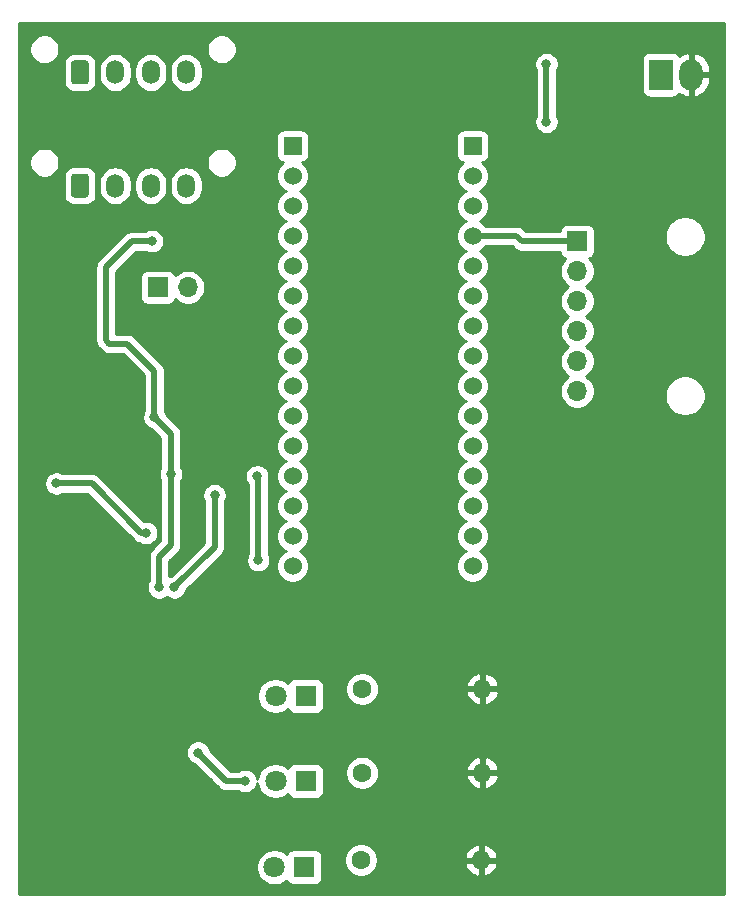
<source format=gbr>
%TF.GenerationSoftware,KiCad,Pcbnew,(5.1.6)-1*%
%TF.CreationDate,2021-01-17T16:19:00-06:00*%
%TF.ProjectId,irradiance1,69727261-6469-4616-9e63-65312e6b6963,rev?*%
%TF.SameCoordinates,Original*%
%TF.FileFunction,Copper,L2,Bot*%
%TF.FilePolarity,Positive*%
%FSLAX46Y46*%
G04 Gerber Fmt 4.6, Leading zero omitted, Abs format (unit mm)*
G04 Created by KiCad (PCBNEW (5.1.6)-1) date 2021-01-17 16:19:00*
%MOMM*%
%LPD*%
G01*
G04 APERTURE LIST*
%TA.AperFunction,ComponentPad*%
%ADD10O,2.000000X2.600000*%
%TD*%
%TA.AperFunction,ComponentPad*%
%ADD11R,2.000000X2.600000*%
%TD*%
%TA.AperFunction,ComponentPad*%
%ADD12O,1.700000X1.700000*%
%TD*%
%TA.AperFunction,ComponentPad*%
%ADD13R,1.700000X1.700000*%
%TD*%
%TA.AperFunction,ComponentPad*%
%ADD14R,1.530000X1.530000*%
%TD*%
%TA.AperFunction,ComponentPad*%
%ADD15C,1.530000*%
%TD*%
%TA.AperFunction,ComponentPad*%
%ADD16C,1.600000*%
%TD*%
%TA.AperFunction,ComponentPad*%
%ADD17O,1.600000X1.600000*%
%TD*%
%TA.AperFunction,ComponentPad*%
%ADD18O,1.500000X2.020000*%
%TD*%
%TA.AperFunction,ComponentPad*%
%ADD19R,1.800000X1.800000*%
%TD*%
%TA.AperFunction,ComponentPad*%
%ADD20C,1.800000*%
%TD*%
%TA.AperFunction,ViaPad*%
%ADD21C,0.800000*%
%TD*%
%TA.AperFunction,Conductor*%
%ADD22C,0.500000*%
%TD*%
%TA.AperFunction,Conductor*%
%ADD23C,0.254000*%
%TD*%
G04 APERTURE END LIST*
D10*
%TO.P,J6,2*%
%TO.N,GND*%
X84540000Y-73000000D03*
D11*
%TO.P,J6,1*%
%TO.N,+9VA*%
X82000000Y-73000000D03*
%TD*%
D12*
%TO.P,JP1,2*%
%TO.N,Net-(JP1-Pad2)*%
X41940000Y-91000000D03*
D13*
%TO.P,JP1,1*%
%TO.N,Net-(JP1-Pad1)*%
X39400000Y-91000000D03*
%TD*%
D12*
%TO.P,J0,6*%
%TO.N,I2C_SCL*%
X74900000Y-99800000D03*
%TO.P,J0,5*%
%TO.N,I2C_SDA*%
X74900000Y-97260000D03*
%TO.P,J0,4*%
%TO.N,N/C*%
X74900000Y-94720000D03*
%TO.P,J0,3*%
X74900000Y-92180000D03*
%TO.P,J0,2*%
%TO.N,Net-(J0-Pad2)*%
X74900000Y-89640000D03*
D13*
%TO.P,J0,1*%
%TO.N,vin*%
X74900000Y-87100000D03*
%TD*%
D14*
%TO.P,U2,30*%
%TO.N,+9VA*%
X66040000Y-79035000D03*
D15*
%TO.P,U2,29*%
%TO.N,Net-(J0-Pad2)*%
X66040000Y-81575000D03*
%TO.P,U2,28*%
%TO.N,N/C*%
X66040000Y-84115000D03*
%TO.P,U2,27*%
%TO.N,vin*%
X66040000Y-86655000D03*
%TO.P,U2,26*%
%TO.N,N/C*%
X66040000Y-89195000D03*
%TO.P,U2,25*%
X66040000Y-91735000D03*
%TO.P,U2,24*%
X66040000Y-94275000D03*
%TO.P,U2,23*%
X66040000Y-96815000D03*
%TO.P,U2,22*%
X66040000Y-99355000D03*
%TO.P,U2,21*%
X66040000Y-101895000D03*
%TO.P,U2,20*%
X66040000Y-104435000D03*
%TO.P,U2,19*%
X66040000Y-106975000D03*
%TO.P,U2,18*%
X66040000Y-109515000D03*
%TO.P,U2,17*%
X66040000Y-112055000D03*
%TO.P,U2,16*%
X66040000Y-114595000D03*
D14*
%TO.P,U2,1*%
%TO.N,I2C_SCL*%
X50800000Y-79035000D03*
D15*
%TO.P,U2,2*%
%TO.N,I2C_SDA*%
X50800000Y-81575000D03*
%TO.P,U2,3*%
%TO.N,N/C*%
X50800000Y-84115000D03*
%TO.P,U2,4*%
X50800000Y-86655000D03*
%TO.P,U2,5*%
%TO.N,CAN_Tx*%
X50800000Y-89195000D03*
%TO.P,U2,6*%
%TO.N,Net-(D2-Pad2)*%
X50800000Y-91735000D03*
%TO.P,U2,7*%
%TO.N,N/C*%
X50800000Y-94275000D03*
%TO.P,U2,8*%
X50800000Y-96815000D03*
%TO.P,U2,9*%
X50800000Y-99355000D03*
%TO.P,U2,10*%
X50800000Y-101895000D03*
%TO.P,U2,11*%
X50800000Y-104435000D03*
%TO.P,U2,12*%
X50800000Y-106975000D03*
%TO.P,U2,13*%
%TO.N,CAN_Rx*%
X50800000Y-109515000D03*
%TO.P,U2,14*%
%TO.N,N/C*%
X50800000Y-112055000D03*
%TO.P,U2,15*%
X50800000Y-114595000D03*
%TD*%
D16*
%TO.P,R2,1*%
%TO.N,Net-(D2-Pad1)*%
X56700000Y-125000000D03*
D17*
%TO.P,R2,2*%
%TO.N,GND*%
X66860000Y-125000000D03*
%TD*%
D16*
%TO.P,R1,1*%
%TO.N,Net-(D1-Pad1)*%
X56600000Y-139500000D03*
D17*
%TO.P,R1,2*%
%TO.N,GND*%
X66760000Y-139500000D03*
%TD*%
D16*
%TO.P,R0,1*%
%TO.N,Net-(D0-Pad1)*%
X56700000Y-132100000D03*
D17*
%TO.P,R0,2*%
%TO.N,GND*%
X66860000Y-132100000D03*
%TD*%
D18*
%TO.P,J5,4*%
%TO.N,Net-(J4-Pad4)*%
X41800000Y-72800000D03*
%TO.P,J5,3*%
%TO.N,Net-(J4-Pad3)*%
X38800000Y-72800000D03*
%TO.P,J5,2*%
%TO.N,Net-(C10-Pad2)*%
X35800000Y-72800000D03*
%TO.P,J5,1*%
%TO.N,Net-(C10-Pad1)*%
%TA.AperFunction,ComponentPad*%
G36*
G01*
X32050000Y-73560000D02*
X32050000Y-72040000D01*
G75*
G02*
X32300000Y-71790000I250000J0D01*
G01*
X33300000Y-71790000D01*
G75*
G02*
X33550000Y-72040000I0J-250000D01*
G01*
X33550000Y-73560000D01*
G75*
G02*
X33300000Y-73810000I-250000J0D01*
G01*
X32300000Y-73810000D01*
G75*
G02*
X32050000Y-73560000I0J250000D01*
G01*
G37*
%TD.AperFunction*%
%TD*%
%TO.P,J4,4*%
%TO.N,Net-(J4-Pad4)*%
X41800000Y-82400000D03*
%TO.P,J4,3*%
%TO.N,Net-(J4-Pad3)*%
X38800000Y-82400000D03*
%TO.P,J4,2*%
%TO.N,Net-(C10-Pad2)*%
X35800000Y-82400000D03*
%TO.P,J4,1*%
%TO.N,Net-(C10-Pad1)*%
%TA.AperFunction,ComponentPad*%
G36*
G01*
X32050000Y-83160000D02*
X32050000Y-81640000D01*
G75*
G02*
X32300000Y-81390000I250000J0D01*
G01*
X33300000Y-81390000D01*
G75*
G02*
X33550000Y-81640000I0J-250000D01*
G01*
X33550000Y-83160000D01*
G75*
G02*
X33300000Y-83410000I-250000J0D01*
G01*
X32300000Y-83410000D01*
G75*
G02*
X32050000Y-83160000I0J250000D01*
G01*
G37*
%TD.AperFunction*%
%TD*%
D19*
%TO.P,D2,1*%
%TO.N,Net-(D2-Pad1)*%
X51900000Y-125600000D03*
D20*
%TO.P,D2,2*%
%TO.N,Net-(D2-Pad2)*%
X49360000Y-125600000D03*
%TD*%
D19*
%TO.P,D1,1*%
%TO.N,Net-(D1-Pad1)*%
X51800000Y-140100000D03*
D20*
%TO.P,D1,2*%
%TO.N,CAN_Rx*%
X49260000Y-140100000D03*
%TD*%
D19*
%TO.P,D0,1*%
%TO.N,Net-(D0-Pad1)*%
X51900000Y-132800000D03*
D20*
%TO.P,D0,2*%
%TO.N,CAN_Tx*%
X49360000Y-132800000D03*
%TD*%
D21*
%TO.N,Net-(C10-Pad1)*%
X38400000Y-111800000D03*
X30800000Y-107600000D03*
%TO.N,GND*%
X31900000Y-126000000D03*
X33300000Y-126000000D03*
X43300000Y-126000000D03*
X43700000Y-132900000D03*
X43600000Y-137500000D03*
X28900000Y-133000000D03*
X28900000Y-137500000D03*
X84600000Y-78200000D03*
X74900000Y-81800000D03*
%TO.N,CAN_Tx*%
X42800000Y-130400000D03*
X46800000Y-132800000D03*
X47800000Y-107000000D03*
X47900000Y-114100000D03*
%TO.N,Net-(J4-Pad4)*%
X40800000Y-116400000D03*
X44200000Y-108600000D03*
%TO.N,Net-(J4-Pad3)*%
X39500000Y-116400000D03*
X40500000Y-106800000D03*
X39100000Y-102000000D03*
X38900000Y-87100000D03*
%TO.N,+9VA*%
X72300000Y-72100000D03*
X72300000Y-77000000D03*
%TD*%
D22*
%TO.N,Net-(C10-Pad1)*%
X30800000Y-107600000D02*
X33800000Y-107600000D01*
X38000000Y-111800000D02*
X38400000Y-111800000D01*
X33800000Y-107600000D02*
X38000000Y-111800000D01*
%TO.N,CAN_Tx*%
X45200000Y-132800000D02*
X42800000Y-130400000D01*
X46800000Y-132800000D02*
X45200000Y-132800000D01*
X47900000Y-107100000D02*
X47800000Y-107000000D01*
X47900000Y-114100000D02*
X47900000Y-107100000D01*
%TO.N,Net-(J4-Pad4)*%
X44200000Y-113000000D02*
X40800000Y-116400000D01*
X44200000Y-108600000D02*
X44200000Y-113000000D01*
%TO.N,Net-(J4-Pad3)*%
X40500000Y-106800000D02*
X40500000Y-112800000D01*
X39500000Y-113800000D02*
X39500000Y-116400000D01*
X40500000Y-112800000D02*
X39500000Y-113800000D01*
X39100000Y-102000000D02*
X40500000Y-103400000D01*
X40500000Y-103400000D02*
X40500000Y-106800000D01*
X39100000Y-102000000D02*
X39100000Y-98100000D01*
X39100000Y-98100000D02*
X36800000Y-95800000D01*
X36800000Y-95800000D02*
X35300000Y-95800000D01*
X35300000Y-95800000D02*
X35000000Y-95500000D01*
X35000000Y-95500000D02*
X35000000Y-89300000D01*
X37200000Y-87100000D02*
X38900000Y-87100000D01*
X35000000Y-89300000D02*
X37200000Y-87100000D01*
%TO.N,vin*%
X74900000Y-87100000D02*
X70200000Y-87100000D01*
X69755000Y-86655000D02*
X66040000Y-86655000D01*
X70200000Y-87100000D02*
X69755000Y-86655000D01*
%TO.N,+9VA*%
X72300000Y-72100000D02*
X72300000Y-77100000D01*
%TD*%
D23*
%TO.N,GND*%
G36*
X87340000Y-142340000D02*
G01*
X27660000Y-142340000D01*
X27660000Y-139948816D01*
X47725000Y-139948816D01*
X47725000Y-140251184D01*
X47783989Y-140547743D01*
X47899701Y-140827095D01*
X48067688Y-141078505D01*
X48281495Y-141292312D01*
X48532905Y-141460299D01*
X48812257Y-141576011D01*
X49108816Y-141635000D01*
X49411184Y-141635000D01*
X49707743Y-141576011D01*
X49987095Y-141460299D01*
X50238505Y-141292312D01*
X50304944Y-141225873D01*
X50310498Y-141244180D01*
X50369463Y-141354494D01*
X50448815Y-141451185D01*
X50545506Y-141530537D01*
X50655820Y-141589502D01*
X50775518Y-141625812D01*
X50900000Y-141638072D01*
X52700000Y-141638072D01*
X52824482Y-141625812D01*
X52944180Y-141589502D01*
X53054494Y-141530537D01*
X53151185Y-141451185D01*
X53230537Y-141354494D01*
X53289502Y-141244180D01*
X53325812Y-141124482D01*
X53338072Y-141000000D01*
X53338072Y-139358665D01*
X55165000Y-139358665D01*
X55165000Y-139641335D01*
X55220147Y-139918574D01*
X55328320Y-140179727D01*
X55485363Y-140414759D01*
X55685241Y-140614637D01*
X55920273Y-140771680D01*
X56181426Y-140879853D01*
X56458665Y-140935000D01*
X56741335Y-140935000D01*
X57018574Y-140879853D01*
X57279727Y-140771680D01*
X57514759Y-140614637D01*
X57714637Y-140414759D01*
X57871680Y-140179727D01*
X57979853Y-139918574D01*
X57993684Y-139849039D01*
X65368096Y-139849039D01*
X65408754Y-139983087D01*
X65528963Y-140237420D01*
X65696481Y-140463414D01*
X65904869Y-140652385D01*
X66146119Y-140797070D01*
X66410960Y-140891909D01*
X66633000Y-140770624D01*
X66633000Y-139627000D01*
X66887000Y-139627000D01*
X66887000Y-140770624D01*
X67109040Y-140891909D01*
X67373881Y-140797070D01*
X67615131Y-140652385D01*
X67823519Y-140463414D01*
X67991037Y-140237420D01*
X68111246Y-139983087D01*
X68151904Y-139849039D01*
X68029915Y-139627000D01*
X66887000Y-139627000D01*
X66633000Y-139627000D01*
X65490085Y-139627000D01*
X65368096Y-139849039D01*
X57993684Y-139849039D01*
X58035000Y-139641335D01*
X58035000Y-139358665D01*
X57993685Y-139150961D01*
X65368096Y-139150961D01*
X65490085Y-139373000D01*
X66633000Y-139373000D01*
X66633000Y-138229376D01*
X66887000Y-138229376D01*
X66887000Y-139373000D01*
X68029915Y-139373000D01*
X68151904Y-139150961D01*
X68111246Y-139016913D01*
X67991037Y-138762580D01*
X67823519Y-138536586D01*
X67615131Y-138347615D01*
X67373881Y-138202930D01*
X67109040Y-138108091D01*
X66887000Y-138229376D01*
X66633000Y-138229376D01*
X66410960Y-138108091D01*
X66146119Y-138202930D01*
X65904869Y-138347615D01*
X65696481Y-138536586D01*
X65528963Y-138762580D01*
X65408754Y-139016913D01*
X65368096Y-139150961D01*
X57993685Y-139150961D01*
X57979853Y-139081426D01*
X57871680Y-138820273D01*
X57714637Y-138585241D01*
X57514759Y-138385363D01*
X57279727Y-138228320D01*
X57018574Y-138120147D01*
X56741335Y-138065000D01*
X56458665Y-138065000D01*
X56181426Y-138120147D01*
X55920273Y-138228320D01*
X55685241Y-138385363D01*
X55485363Y-138585241D01*
X55328320Y-138820273D01*
X55220147Y-139081426D01*
X55165000Y-139358665D01*
X53338072Y-139358665D01*
X53338072Y-139200000D01*
X53325812Y-139075518D01*
X53289502Y-138955820D01*
X53230537Y-138845506D01*
X53151185Y-138748815D01*
X53054494Y-138669463D01*
X52944180Y-138610498D01*
X52824482Y-138574188D01*
X52700000Y-138561928D01*
X50900000Y-138561928D01*
X50775518Y-138574188D01*
X50655820Y-138610498D01*
X50545506Y-138669463D01*
X50448815Y-138748815D01*
X50369463Y-138845506D01*
X50310498Y-138955820D01*
X50304944Y-138974127D01*
X50238505Y-138907688D01*
X49987095Y-138739701D01*
X49707743Y-138623989D01*
X49411184Y-138565000D01*
X49108816Y-138565000D01*
X48812257Y-138623989D01*
X48532905Y-138739701D01*
X48281495Y-138907688D01*
X48067688Y-139121495D01*
X47899701Y-139372905D01*
X47783989Y-139652257D01*
X47725000Y-139948816D01*
X27660000Y-139948816D01*
X27660000Y-130298061D01*
X41765000Y-130298061D01*
X41765000Y-130501939D01*
X41804774Y-130701898D01*
X41882795Y-130890256D01*
X41996063Y-131059774D01*
X42140226Y-131203937D01*
X42309744Y-131317205D01*
X42498102Y-131395226D01*
X42554957Y-131406535D01*
X44543470Y-133395049D01*
X44571183Y-133428817D01*
X44604951Y-133456530D01*
X44604953Y-133456532D01*
X44705941Y-133539411D01*
X44859686Y-133621589D01*
X45026510Y-133672195D01*
X45156523Y-133685000D01*
X45156531Y-133685000D01*
X45200000Y-133689281D01*
X45243469Y-133685000D01*
X46261546Y-133685000D01*
X46309744Y-133717205D01*
X46498102Y-133795226D01*
X46698061Y-133835000D01*
X46901939Y-133835000D01*
X47101898Y-133795226D01*
X47290256Y-133717205D01*
X47459774Y-133603937D01*
X47603937Y-133459774D01*
X47717205Y-133290256D01*
X47795226Y-133101898D01*
X47825102Y-132951698D01*
X47883989Y-133247743D01*
X47999701Y-133527095D01*
X48167688Y-133778505D01*
X48381495Y-133992312D01*
X48632905Y-134160299D01*
X48912257Y-134276011D01*
X49208816Y-134335000D01*
X49511184Y-134335000D01*
X49807743Y-134276011D01*
X50087095Y-134160299D01*
X50338505Y-133992312D01*
X50404944Y-133925873D01*
X50410498Y-133944180D01*
X50469463Y-134054494D01*
X50548815Y-134151185D01*
X50645506Y-134230537D01*
X50755820Y-134289502D01*
X50875518Y-134325812D01*
X51000000Y-134338072D01*
X52800000Y-134338072D01*
X52924482Y-134325812D01*
X53044180Y-134289502D01*
X53154494Y-134230537D01*
X53251185Y-134151185D01*
X53330537Y-134054494D01*
X53389502Y-133944180D01*
X53425812Y-133824482D01*
X53438072Y-133700000D01*
X53438072Y-131958665D01*
X55265000Y-131958665D01*
X55265000Y-132241335D01*
X55320147Y-132518574D01*
X55428320Y-132779727D01*
X55585363Y-133014759D01*
X55785241Y-133214637D01*
X56020273Y-133371680D01*
X56281426Y-133479853D01*
X56558665Y-133535000D01*
X56841335Y-133535000D01*
X57118574Y-133479853D01*
X57379727Y-133371680D01*
X57614759Y-133214637D01*
X57814637Y-133014759D01*
X57971680Y-132779727D01*
X58079853Y-132518574D01*
X58093684Y-132449039D01*
X65468096Y-132449039D01*
X65508754Y-132583087D01*
X65628963Y-132837420D01*
X65796481Y-133063414D01*
X66004869Y-133252385D01*
X66246119Y-133397070D01*
X66510960Y-133491909D01*
X66733000Y-133370624D01*
X66733000Y-132227000D01*
X66987000Y-132227000D01*
X66987000Y-133370624D01*
X67209040Y-133491909D01*
X67473881Y-133397070D01*
X67715131Y-133252385D01*
X67923519Y-133063414D01*
X68091037Y-132837420D01*
X68211246Y-132583087D01*
X68251904Y-132449039D01*
X68129915Y-132227000D01*
X66987000Y-132227000D01*
X66733000Y-132227000D01*
X65590085Y-132227000D01*
X65468096Y-132449039D01*
X58093684Y-132449039D01*
X58135000Y-132241335D01*
X58135000Y-131958665D01*
X58093685Y-131750961D01*
X65468096Y-131750961D01*
X65590085Y-131973000D01*
X66733000Y-131973000D01*
X66733000Y-130829376D01*
X66987000Y-130829376D01*
X66987000Y-131973000D01*
X68129915Y-131973000D01*
X68251904Y-131750961D01*
X68211246Y-131616913D01*
X68091037Y-131362580D01*
X67923519Y-131136586D01*
X67715131Y-130947615D01*
X67473881Y-130802930D01*
X67209040Y-130708091D01*
X66987000Y-130829376D01*
X66733000Y-130829376D01*
X66510960Y-130708091D01*
X66246119Y-130802930D01*
X66004869Y-130947615D01*
X65796481Y-131136586D01*
X65628963Y-131362580D01*
X65508754Y-131616913D01*
X65468096Y-131750961D01*
X58093685Y-131750961D01*
X58079853Y-131681426D01*
X57971680Y-131420273D01*
X57814637Y-131185241D01*
X57614759Y-130985363D01*
X57379727Y-130828320D01*
X57118574Y-130720147D01*
X56841335Y-130665000D01*
X56558665Y-130665000D01*
X56281426Y-130720147D01*
X56020273Y-130828320D01*
X55785241Y-130985363D01*
X55585363Y-131185241D01*
X55428320Y-131420273D01*
X55320147Y-131681426D01*
X55265000Y-131958665D01*
X53438072Y-131958665D01*
X53438072Y-131900000D01*
X53425812Y-131775518D01*
X53389502Y-131655820D01*
X53330537Y-131545506D01*
X53251185Y-131448815D01*
X53154494Y-131369463D01*
X53044180Y-131310498D01*
X52924482Y-131274188D01*
X52800000Y-131261928D01*
X51000000Y-131261928D01*
X50875518Y-131274188D01*
X50755820Y-131310498D01*
X50645506Y-131369463D01*
X50548815Y-131448815D01*
X50469463Y-131545506D01*
X50410498Y-131655820D01*
X50404944Y-131674127D01*
X50338505Y-131607688D01*
X50087095Y-131439701D01*
X49807743Y-131323989D01*
X49511184Y-131265000D01*
X49208816Y-131265000D01*
X48912257Y-131323989D01*
X48632905Y-131439701D01*
X48381495Y-131607688D01*
X48167688Y-131821495D01*
X47999701Y-132072905D01*
X47883989Y-132352257D01*
X47825102Y-132648302D01*
X47795226Y-132498102D01*
X47717205Y-132309744D01*
X47603937Y-132140226D01*
X47459774Y-131996063D01*
X47290256Y-131882795D01*
X47101898Y-131804774D01*
X46901939Y-131765000D01*
X46698061Y-131765000D01*
X46498102Y-131804774D01*
X46309744Y-131882795D01*
X46261546Y-131915000D01*
X45566579Y-131915000D01*
X43806535Y-130154957D01*
X43795226Y-130098102D01*
X43717205Y-129909744D01*
X43603937Y-129740226D01*
X43459774Y-129596063D01*
X43290256Y-129482795D01*
X43101898Y-129404774D01*
X42901939Y-129365000D01*
X42698061Y-129365000D01*
X42498102Y-129404774D01*
X42309744Y-129482795D01*
X42140226Y-129596063D01*
X41996063Y-129740226D01*
X41882795Y-129909744D01*
X41804774Y-130098102D01*
X41765000Y-130298061D01*
X27660000Y-130298061D01*
X27660000Y-125448816D01*
X47825000Y-125448816D01*
X47825000Y-125751184D01*
X47883989Y-126047743D01*
X47999701Y-126327095D01*
X48167688Y-126578505D01*
X48381495Y-126792312D01*
X48632905Y-126960299D01*
X48912257Y-127076011D01*
X49208816Y-127135000D01*
X49511184Y-127135000D01*
X49807743Y-127076011D01*
X50087095Y-126960299D01*
X50338505Y-126792312D01*
X50404944Y-126725873D01*
X50410498Y-126744180D01*
X50469463Y-126854494D01*
X50548815Y-126951185D01*
X50645506Y-127030537D01*
X50755820Y-127089502D01*
X50875518Y-127125812D01*
X51000000Y-127138072D01*
X52800000Y-127138072D01*
X52924482Y-127125812D01*
X53044180Y-127089502D01*
X53154494Y-127030537D01*
X53251185Y-126951185D01*
X53330537Y-126854494D01*
X53389502Y-126744180D01*
X53425812Y-126624482D01*
X53438072Y-126500000D01*
X53438072Y-124858665D01*
X55265000Y-124858665D01*
X55265000Y-125141335D01*
X55320147Y-125418574D01*
X55428320Y-125679727D01*
X55585363Y-125914759D01*
X55785241Y-126114637D01*
X56020273Y-126271680D01*
X56281426Y-126379853D01*
X56558665Y-126435000D01*
X56841335Y-126435000D01*
X57118574Y-126379853D01*
X57379727Y-126271680D01*
X57614759Y-126114637D01*
X57814637Y-125914759D01*
X57971680Y-125679727D01*
X58079853Y-125418574D01*
X58093684Y-125349039D01*
X65468096Y-125349039D01*
X65508754Y-125483087D01*
X65628963Y-125737420D01*
X65796481Y-125963414D01*
X66004869Y-126152385D01*
X66246119Y-126297070D01*
X66510960Y-126391909D01*
X66733000Y-126270624D01*
X66733000Y-125127000D01*
X66987000Y-125127000D01*
X66987000Y-126270624D01*
X67209040Y-126391909D01*
X67473881Y-126297070D01*
X67715131Y-126152385D01*
X67923519Y-125963414D01*
X68091037Y-125737420D01*
X68211246Y-125483087D01*
X68251904Y-125349039D01*
X68129915Y-125127000D01*
X66987000Y-125127000D01*
X66733000Y-125127000D01*
X65590085Y-125127000D01*
X65468096Y-125349039D01*
X58093684Y-125349039D01*
X58135000Y-125141335D01*
X58135000Y-124858665D01*
X58093685Y-124650961D01*
X65468096Y-124650961D01*
X65590085Y-124873000D01*
X66733000Y-124873000D01*
X66733000Y-123729376D01*
X66987000Y-123729376D01*
X66987000Y-124873000D01*
X68129915Y-124873000D01*
X68251904Y-124650961D01*
X68211246Y-124516913D01*
X68091037Y-124262580D01*
X67923519Y-124036586D01*
X67715131Y-123847615D01*
X67473881Y-123702930D01*
X67209040Y-123608091D01*
X66987000Y-123729376D01*
X66733000Y-123729376D01*
X66510960Y-123608091D01*
X66246119Y-123702930D01*
X66004869Y-123847615D01*
X65796481Y-124036586D01*
X65628963Y-124262580D01*
X65508754Y-124516913D01*
X65468096Y-124650961D01*
X58093685Y-124650961D01*
X58079853Y-124581426D01*
X57971680Y-124320273D01*
X57814637Y-124085241D01*
X57614759Y-123885363D01*
X57379727Y-123728320D01*
X57118574Y-123620147D01*
X56841335Y-123565000D01*
X56558665Y-123565000D01*
X56281426Y-123620147D01*
X56020273Y-123728320D01*
X55785241Y-123885363D01*
X55585363Y-124085241D01*
X55428320Y-124320273D01*
X55320147Y-124581426D01*
X55265000Y-124858665D01*
X53438072Y-124858665D01*
X53438072Y-124700000D01*
X53425812Y-124575518D01*
X53389502Y-124455820D01*
X53330537Y-124345506D01*
X53251185Y-124248815D01*
X53154494Y-124169463D01*
X53044180Y-124110498D01*
X52924482Y-124074188D01*
X52800000Y-124061928D01*
X51000000Y-124061928D01*
X50875518Y-124074188D01*
X50755820Y-124110498D01*
X50645506Y-124169463D01*
X50548815Y-124248815D01*
X50469463Y-124345506D01*
X50410498Y-124455820D01*
X50404944Y-124474127D01*
X50338505Y-124407688D01*
X50087095Y-124239701D01*
X49807743Y-124123989D01*
X49511184Y-124065000D01*
X49208816Y-124065000D01*
X48912257Y-124123989D01*
X48632905Y-124239701D01*
X48381495Y-124407688D01*
X48167688Y-124621495D01*
X47999701Y-124872905D01*
X47883989Y-125152257D01*
X47825000Y-125448816D01*
X27660000Y-125448816D01*
X27660000Y-107498061D01*
X29765000Y-107498061D01*
X29765000Y-107701939D01*
X29804774Y-107901898D01*
X29882795Y-108090256D01*
X29996063Y-108259774D01*
X30140226Y-108403937D01*
X30309744Y-108517205D01*
X30498102Y-108595226D01*
X30698061Y-108635000D01*
X30901939Y-108635000D01*
X31101898Y-108595226D01*
X31290256Y-108517205D01*
X31338454Y-108485000D01*
X33433422Y-108485000D01*
X37343470Y-112395049D01*
X37371183Y-112428817D01*
X37404951Y-112456530D01*
X37404953Y-112456532D01*
X37413279Y-112463365D01*
X37505941Y-112539411D01*
X37659687Y-112621589D01*
X37775903Y-112656843D01*
X37826509Y-112672195D01*
X37841306Y-112673652D01*
X37845126Y-112674028D01*
X37909744Y-112717205D01*
X38098102Y-112795226D01*
X38298061Y-112835000D01*
X38501939Y-112835000D01*
X38701898Y-112795226D01*
X38890256Y-112717205D01*
X39059774Y-112603937D01*
X39203937Y-112459774D01*
X39317205Y-112290256D01*
X39395226Y-112101898D01*
X39435000Y-111901939D01*
X39435000Y-111698061D01*
X39395226Y-111498102D01*
X39317205Y-111309744D01*
X39203937Y-111140226D01*
X39059774Y-110996063D01*
X38890256Y-110882795D01*
X38701898Y-110804774D01*
X38501939Y-110765000D01*
X38298061Y-110765000D01*
X38230098Y-110778519D01*
X34456534Y-107004956D01*
X34428817Y-106971183D01*
X34294059Y-106860589D01*
X34140313Y-106778411D01*
X33973490Y-106727805D01*
X33843477Y-106715000D01*
X33843469Y-106715000D01*
X33800000Y-106710719D01*
X33756531Y-106715000D01*
X31338454Y-106715000D01*
X31290256Y-106682795D01*
X31101898Y-106604774D01*
X30901939Y-106565000D01*
X30698061Y-106565000D01*
X30498102Y-106604774D01*
X30309744Y-106682795D01*
X30140226Y-106796063D01*
X29996063Y-106940226D01*
X29882795Y-107109744D01*
X29804774Y-107298102D01*
X29765000Y-107498061D01*
X27660000Y-107498061D01*
X27660000Y-89300000D01*
X34110719Y-89300000D01*
X34115001Y-89343479D01*
X34115000Y-95456531D01*
X34110719Y-95500000D01*
X34115000Y-95543469D01*
X34115000Y-95543476D01*
X34127805Y-95673489D01*
X34178411Y-95840312D01*
X34260589Y-95994058D01*
X34371183Y-96128817D01*
X34404956Y-96156534D01*
X34643466Y-96395044D01*
X34671183Y-96428817D01*
X34805941Y-96539411D01*
X34959687Y-96621589D01*
X35126510Y-96672195D01*
X35256523Y-96685000D01*
X35256533Y-96685000D01*
X35299999Y-96689281D01*
X35343466Y-96685000D01*
X36433422Y-96685000D01*
X38215001Y-98466580D01*
X38215000Y-101461545D01*
X38182795Y-101509744D01*
X38104774Y-101698102D01*
X38065000Y-101898061D01*
X38065000Y-102101939D01*
X38104774Y-102301898D01*
X38182795Y-102490256D01*
X38296063Y-102659774D01*
X38440226Y-102803937D01*
X38609744Y-102917205D01*
X38798102Y-102995226D01*
X38854957Y-103006535D01*
X39615000Y-103766579D01*
X39615001Y-106261544D01*
X39582795Y-106309744D01*
X39504774Y-106498102D01*
X39465000Y-106698061D01*
X39465000Y-106901939D01*
X39504774Y-107101898D01*
X39582795Y-107290256D01*
X39615000Y-107338454D01*
X39615001Y-112433420D01*
X38904956Y-113143466D01*
X38871183Y-113171183D01*
X38760589Y-113305942D01*
X38678411Y-113459688D01*
X38627805Y-113626511D01*
X38615000Y-113756524D01*
X38615000Y-113756531D01*
X38610719Y-113800000D01*
X38615000Y-113843469D01*
X38615001Y-115861545D01*
X38582795Y-115909744D01*
X38504774Y-116098102D01*
X38465000Y-116298061D01*
X38465000Y-116501939D01*
X38504774Y-116701898D01*
X38582795Y-116890256D01*
X38696063Y-117059774D01*
X38840226Y-117203937D01*
X39009744Y-117317205D01*
X39198102Y-117395226D01*
X39398061Y-117435000D01*
X39601939Y-117435000D01*
X39801898Y-117395226D01*
X39990256Y-117317205D01*
X40150000Y-117210468D01*
X40309744Y-117317205D01*
X40498102Y-117395226D01*
X40698061Y-117435000D01*
X40901939Y-117435000D01*
X41101898Y-117395226D01*
X41290256Y-117317205D01*
X41459774Y-117203937D01*
X41603937Y-117059774D01*
X41717205Y-116890256D01*
X41795226Y-116701898D01*
X41806535Y-116645043D01*
X44795049Y-113656530D01*
X44828817Y-113628817D01*
X44939411Y-113494059D01*
X45021589Y-113340313D01*
X45072195Y-113173490D01*
X45085000Y-113043477D01*
X45085000Y-113043467D01*
X45089281Y-113000001D01*
X45085000Y-112956535D01*
X45085000Y-109138454D01*
X45117205Y-109090256D01*
X45195226Y-108901898D01*
X45235000Y-108701939D01*
X45235000Y-108498061D01*
X45195226Y-108298102D01*
X45117205Y-108109744D01*
X45003937Y-107940226D01*
X44859774Y-107796063D01*
X44690256Y-107682795D01*
X44501898Y-107604774D01*
X44301939Y-107565000D01*
X44098061Y-107565000D01*
X43898102Y-107604774D01*
X43709744Y-107682795D01*
X43540226Y-107796063D01*
X43396063Y-107940226D01*
X43282795Y-108109744D01*
X43204774Y-108298102D01*
X43165000Y-108498061D01*
X43165000Y-108701939D01*
X43204774Y-108901898D01*
X43282795Y-109090256D01*
X43315000Y-109138455D01*
X43315001Y-112633420D01*
X40554957Y-115393465D01*
X40498102Y-115404774D01*
X40385000Y-115451623D01*
X40385000Y-114166578D01*
X41095049Y-113456530D01*
X41128817Y-113428817D01*
X41239411Y-113294059D01*
X41292359Y-113195000D01*
X41321589Y-113140314D01*
X41372195Y-112973490D01*
X41374760Y-112947448D01*
X41385000Y-112843477D01*
X41385000Y-112843469D01*
X41389281Y-112800000D01*
X41385000Y-112756531D01*
X41385000Y-107338454D01*
X41417205Y-107290256D01*
X41495226Y-107101898D01*
X41535000Y-106901939D01*
X41535000Y-106898061D01*
X46765000Y-106898061D01*
X46765000Y-107101939D01*
X46804774Y-107301898D01*
X46882795Y-107490256D01*
X46996063Y-107659774D01*
X47015001Y-107678712D01*
X47015000Y-113561546D01*
X46982795Y-113609744D01*
X46904774Y-113798102D01*
X46865000Y-113998061D01*
X46865000Y-114201939D01*
X46904774Y-114401898D01*
X46982795Y-114590256D01*
X47096063Y-114759774D01*
X47240226Y-114903937D01*
X47409744Y-115017205D01*
X47598102Y-115095226D01*
X47798061Y-115135000D01*
X48001939Y-115135000D01*
X48201898Y-115095226D01*
X48390256Y-115017205D01*
X48559774Y-114903937D01*
X48703937Y-114759774D01*
X48817205Y-114590256D01*
X48895226Y-114401898D01*
X48935000Y-114201939D01*
X48935000Y-113998061D01*
X48895226Y-113798102D01*
X48817205Y-113609744D01*
X48785000Y-113561546D01*
X48785000Y-107326586D01*
X48795226Y-107301898D01*
X48835000Y-107101939D01*
X48835000Y-106898061D01*
X48795226Y-106698102D01*
X48717205Y-106509744D01*
X48603937Y-106340226D01*
X48459774Y-106196063D01*
X48290256Y-106082795D01*
X48101898Y-106004774D01*
X47901939Y-105965000D01*
X47698061Y-105965000D01*
X47498102Y-106004774D01*
X47309744Y-106082795D01*
X47140226Y-106196063D01*
X46996063Y-106340226D01*
X46882795Y-106509744D01*
X46804774Y-106698102D01*
X46765000Y-106898061D01*
X41535000Y-106898061D01*
X41535000Y-106698061D01*
X41495226Y-106498102D01*
X41417205Y-106309744D01*
X41385000Y-106261546D01*
X41385000Y-103443469D01*
X41389281Y-103400000D01*
X41385000Y-103356531D01*
X41385000Y-103356523D01*
X41372195Y-103226510D01*
X41321589Y-103059687D01*
X41239411Y-102905941D01*
X41211716Y-102872195D01*
X41156532Y-102804953D01*
X41156530Y-102804951D01*
X41128817Y-102771183D01*
X41095050Y-102743471D01*
X40106535Y-101754957D01*
X40095226Y-101698102D01*
X40017205Y-101509744D01*
X39985000Y-101461546D01*
X39985000Y-98143465D01*
X39989281Y-98099999D01*
X39985000Y-98056533D01*
X39985000Y-98056523D01*
X39972195Y-97926510D01*
X39921589Y-97759687D01*
X39839411Y-97605941D01*
X39728817Y-97471183D01*
X39695049Y-97443470D01*
X37456532Y-95204954D01*
X37428817Y-95171183D01*
X37294059Y-95060589D01*
X37140313Y-94978411D01*
X36973490Y-94927805D01*
X36843477Y-94915000D01*
X36843469Y-94915000D01*
X36800000Y-94910719D01*
X36756531Y-94915000D01*
X35885000Y-94915000D01*
X35885000Y-90150000D01*
X37911928Y-90150000D01*
X37911928Y-91850000D01*
X37924188Y-91974482D01*
X37960498Y-92094180D01*
X38019463Y-92204494D01*
X38098815Y-92301185D01*
X38195506Y-92380537D01*
X38305820Y-92439502D01*
X38425518Y-92475812D01*
X38550000Y-92488072D01*
X40250000Y-92488072D01*
X40374482Y-92475812D01*
X40494180Y-92439502D01*
X40604494Y-92380537D01*
X40701185Y-92301185D01*
X40780537Y-92204494D01*
X40839502Y-92094180D01*
X40861513Y-92021620D01*
X40993368Y-92153475D01*
X41236589Y-92315990D01*
X41506842Y-92427932D01*
X41793740Y-92485000D01*
X42086260Y-92485000D01*
X42373158Y-92427932D01*
X42643411Y-92315990D01*
X42886632Y-92153475D01*
X43093475Y-91946632D01*
X43255990Y-91703411D01*
X43367932Y-91433158D01*
X43425000Y-91146260D01*
X43425000Y-90853740D01*
X43367932Y-90566842D01*
X43255990Y-90296589D01*
X43093475Y-90053368D01*
X42886632Y-89846525D01*
X42643411Y-89684010D01*
X42373158Y-89572068D01*
X42086260Y-89515000D01*
X41793740Y-89515000D01*
X41506842Y-89572068D01*
X41236589Y-89684010D01*
X40993368Y-89846525D01*
X40861513Y-89978380D01*
X40839502Y-89905820D01*
X40780537Y-89795506D01*
X40701185Y-89698815D01*
X40604494Y-89619463D01*
X40494180Y-89560498D01*
X40374482Y-89524188D01*
X40250000Y-89511928D01*
X38550000Y-89511928D01*
X38425518Y-89524188D01*
X38305820Y-89560498D01*
X38195506Y-89619463D01*
X38098815Y-89698815D01*
X38019463Y-89795506D01*
X37960498Y-89905820D01*
X37924188Y-90025518D01*
X37911928Y-90150000D01*
X35885000Y-90150000D01*
X35885000Y-89666578D01*
X37566579Y-87985000D01*
X38361546Y-87985000D01*
X38409744Y-88017205D01*
X38598102Y-88095226D01*
X38798061Y-88135000D01*
X39001939Y-88135000D01*
X39201898Y-88095226D01*
X39390256Y-88017205D01*
X39559774Y-87903937D01*
X39703937Y-87759774D01*
X39817205Y-87590256D01*
X39895226Y-87401898D01*
X39935000Y-87201939D01*
X39935000Y-86998061D01*
X39895226Y-86798102D01*
X39817205Y-86609744D01*
X39703937Y-86440226D01*
X39559774Y-86296063D01*
X39390256Y-86182795D01*
X39201898Y-86104774D01*
X39001939Y-86065000D01*
X38798061Y-86065000D01*
X38598102Y-86104774D01*
X38409744Y-86182795D01*
X38361546Y-86215000D01*
X37243469Y-86215000D01*
X37200000Y-86210719D01*
X37156531Y-86215000D01*
X37156523Y-86215000D01*
X37026510Y-86227805D01*
X36859687Y-86278411D01*
X36791819Y-86314687D01*
X36705941Y-86360589D01*
X36604953Y-86443468D01*
X36604951Y-86443470D01*
X36571183Y-86471183D01*
X36543470Y-86504951D01*
X34404951Y-88643471D01*
X34371184Y-88671183D01*
X34343471Y-88704951D01*
X34343468Y-88704954D01*
X34260590Y-88805941D01*
X34178412Y-88959687D01*
X34127805Y-89126510D01*
X34110719Y-89300000D01*
X27660000Y-89300000D01*
X27660000Y-80314916D01*
X28530000Y-80314916D01*
X28530000Y-80565084D01*
X28578805Y-80810445D01*
X28674541Y-81041571D01*
X28813527Y-81249578D01*
X28990422Y-81426473D01*
X29198429Y-81565459D01*
X29429555Y-81661195D01*
X29674916Y-81710000D01*
X29925084Y-81710000D01*
X30170445Y-81661195D01*
X30221614Y-81640000D01*
X31411928Y-81640000D01*
X31411928Y-83160000D01*
X31428992Y-83333254D01*
X31479528Y-83499850D01*
X31561595Y-83653386D01*
X31672038Y-83787962D01*
X31806614Y-83898405D01*
X31960150Y-83980472D01*
X32126746Y-84031008D01*
X32300000Y-84048072D01*
X33300000Y-84048072D01*
X33473254Y-84031008D01*
X33639850Y-83980472D01*
X33793386Y-83898405D01*
X33927962Y-83787962D01*
X34038405Y-83653386D01*
X34120472Y-83499850D01*
X34171008Y-83333254D01*
X34188072Y-83160000D01*
X34188072Y-82071964D01*
X34415000Y-82071964D01*
X34415000Y-82728037D01*
X34435040Y-82931507D01*
X34514236Y-83192581D01*
X34642843Y-83433188D01*
X34815920Y-83644081D01*
X35026813Y-83817157D01*
X35267420Y-83945764D01*
X35528494Y-84024960D01*
X35800000Y-84051701D01*
X36071507Y-84024960D01*
X36332581Y-83945764D01*
X36573188Y-83817157D01*
X36784081Y-83644081D01*
X36957157Y-83433188D01*
X37085764Y-83192581D01*
X37164960Y-82931506D01*
X37185000Y-82728036D01*
X37185000Y-82071964D01*
X37415000Y-82071964D01*
X37415000Y-82728037D01*
X37435040Y-82931507D01*
X37514236Y-83192581D01*
X37642843Y-83433188D01*
X37815920Y-83644081D01*
X38026813Y-83817157D01*
X38267420Y-83945764D01*
X38528494Y-84024960D01*
X38800000Y-84051701D01*
X39071507Y-84024960D01*
X39332581Y-83945764D01*
X39573188Y-83817157D01*
X39784081Y-83644081D01*
X39957157Y-83433188D01*
X40085764Y-83192581D01*
X40164960Y-82931506D01*
X40185000Y-82728036D01*
X40185000Y-82071964D01*
X40415000Y-82071964D01*
X40415000Y-82728037D01*
X40435040Y-82931507D01*
X40514236Y-83192581D01*
X40642843Y-83433188D01*
X40815920Y-83644081D01*
X41026813Y-83817157D01*
X41267420Y-83945764D01*
X41528494Y-84024960D01*
X41800000Y-84051701D01*
X42071507Y-84024960D01*
X42332581Y-83945764D01*
X42573188Y-83817157D01*
X42784081Y-83644081D01*
X42957157Y-83433188D01*
X43085764Y-83192581D01*
X43164960Y-82931506D01*
X43185000Y-82728036D01*
X43185000Y-82071963D01*
X43164960Y-81868493D01*
X43085764Y-81607419D01*
X42957157Y-81366812D01*
X42784080Y-81155919D01*
X42573187Y-80982843D01*
X42332580Y-80854236D01*
X42071506Y-80775040D01*
X41800000Y-80748299D01*
X41528493Y-80775040D01*
X41267419Y-80854236D01*
X41026812Y-80982843D01*
X40815919Y-81155920D01*
X40642843Y-81366813D01*
X40514236Y-81607420D01*
X40435040Y-81868494D01*
X40415000Y-82071964D01*
X40185000Y-82071964D01*
X40185000Y-82071963D01*
X40164960Y-81868493D01*
X40085764Y-81607419D01*
X39957157Y-81366812D01*
X39784080Y-81155919D01*
X39573187Y-80982843D01*
X39332580Y-80854236D01*
X39071506Y-80775040D01*
X38800000Y-80748299D01*
X38528493Y-80775040D01*
X38267419Y-80854236D01*
X38026812Y-80982843D01*
X37815919Y-81155920D01*
X37642843Y-81366813D01*
X37514236Y-81607420D01*
X37435040Y-81868494D01*
X37415000Y-82071964D01*
X37185000Y-82071964D01*
X37185000Y-82071963D01*
X37164960Y-81868493D01*
X37085764Y-81607419D01*
X36957157Y-81366812D01*
X36784080Y-81155919D01*
X36573187Y-80982843D01*
X36332580Y-80854236D01*
X36071506Y-80775040D01*
X35800000Y-80748299D01*
X35528493Y-80775040D01*
X35267419Y-80854236D01*
X35026812Y-80982843D01*
X34815919Y-81155920D01*
X34642843Y-81366813D01*
X34514236Y-81607420D01*
X34435040Y-81868494D01*
X34415000Y-82071964D01*
X34188072Y-82071964D01*
X34188072Y-81640000D01*
X34171008Y-81466746D01*
X34120472Y-81300150D01*
X34038405Y-81146614D01*
X33927962Y-81012038D01*
X33793386Y-80901595D01*
X33639850Y-80819528D01*
X33473254Y-80768992D01*
X33300000Y-80751928D01*
X32300000Y-80751928D01*
X32126746Y-80768992D01*
X31960150Y-80819528D01*
X31806614Y-80901595D01*
X31672038Y-81012038D01*
X31561595Y-81146614D01*
X31479528Y-81300150D01*
X31428992Y-81466746D01*
X31411928Y-81640000D01*
X30221614Y-81640000D01*
X30401571Y-81565459D01*
X30609578Y-81426473D01*
X30786473Y-81249578D01*
X30925459Y-81041571D01*
X31021195Y-80810445D01*
X31070000Y-80565084D01*
X31070000Y-80314916D01*
X43530000Y-80314916D01*
X43530000Y-80565084D01*
X43578805Y-80810445D01*
X43674541Y-81041571D01*
X43813527Y-81249578D01*
X43990422Y-81426473D01*
X44198429Y-81565459D01*
X44429555Y-81661195D01*
X44674916Y-81710000D01*
X44925084Y-81710000D01*
X45170445Y-81661195D01*
X45401571Y-81565459D01*
X45609578Y-81426473D01*
X45786473Y-81249578D01*
X45925459Y-81041571D01*
X46021195Y-80810445D01*
X46070000Y-80565084D01*
X46070000Y-80314916D01*
X46021195Y-80069555D01*
X45925459Y-79838429D01*
X45786473Y-79630422D01*
X45609578Y-79453527D01*
X45401571Y-79314541D01*
X45170445Y-79218805D01*
X44925084Y-79170000D01*
X44674916Y-79170000D01*
X44429555Y-79218805D01*
X44198429Y-79314541D01*
X43990422Y-79453527D01*
X43813527Y-79630422D01*
X43674541Y-79838429D01*
X43578805Y-80069555D01*
X43530000Y-80314916D01*
X31070000Y-80314916D01*
X31021195Y-80069555D01*
X30925459Y-79838429D01*
X30786473Y-79630422D01*
X30609578Y-79453527D01*
X30401571Y-79314541D01*
X30170445Y-79218805D01*
X29925084Y-79170000D01*
X29674916Y-79170000D01*
X29429555Y-79218805D01*
X29198429Y-79314541D01*
X28990422Y-79453527D01*
X28813527Y-79630422D01*
X28674541Y-79838429D01*
X28578805Y-80069555D01*
X28530000Y-80314916D01*
X27660000Y-80314916D01*
X27660000Y-78270000D01*
X49396928Y-78270000D01*
X49396928Y-79800000D01*
X49409188Y-79924482D01*
X49445498Y-80044180D01*
X49504463Y-80154494D01*
X49583815Y-80251185D01*
X49680506Y-80330537D01*
X49790820Y-80389502D01*
X49910518Y-80425812D01*
X49988459Y-80433488D01*
X49907552Y-80487549D01*
X49712549Y-80682552D01*
X49559336Y-80911851D01*
X49453801Y-81166635D01*
X49400000Y-81437112D01*
X49400000Y-81712888D01*
X49453801Y-81983365D01*
X49559336Y-82238149D01*
X49712549Y-82467448D01*
X49907552Y-82662451D01*
X50136851Y-82815664D01*
X50207674Y-82845000D01*
X50136851Y-82874336D01*
X49907552Y-83027549D01*
X49712549Y-83222552D01*
X49559336Y-83451851D01*
X49453801Y-83706635D01*
X49400000Y-83977112D01*
X49400000Y-84252888D01*
X49453801Y-84523365D01*
X49559336Y-84778149D01*
X49712549Y-85007448D01*
X49907552Y-85202451D01*
X50136851Y-85355664D01*
X50207674Y-85385000D01*
X50136851Y-85414336D01*
X49907552Y-85567549D01*
X49712549Y-85762552D01*
X49559336Y-85991851D01*
X49453801Y-86246635D01*
X49400000Y-86517112D01*
X49400000Y-86792888D01*
X49453801Y-87063365D01*
X49559336Y-87318149D01*
X49712549Y-87547448D01*
X49907552Y-87742451D01*
X50136851Y-87895664D01*
X50207674Y-87925000D01*
X50136851Y-87954336D01*
X49907552Y-88107549D01*
X49712549Y-88302552D01*
X49559336Y-88531851D01*
X49453801Y-88786635D01*
X49400000Y-89057112D01*
X49400000Y-89332888D01*
X49453801Y-89603365D01*
X49559336Y-89858149D01*
X49712549Y-90087448D01*
X49907552Y-90282451D01*
X50136851Y-90435664D01*
X50207674Y-90465000D01*
X50136851Y-90494336D01*
X49907552Y-90647549D01*
X49712549Y-90842552D01*
X49559336Y-91071851D01*
X49453801Y-91326635D01*
X49400000Y-91597112D01*
X49400000Y-91872888D01*
X49453801Y-92143365D01*
X49559336Y-92398149D01*
X49712549Y-92627448D01*
X49907552Y-92822451D01*
X50136851Y-92975664D01*
X50207674Y-93005000D01*
X50136851Y-93034336D01*
X49907552Y-93187549D01*
X49712549Y-93382552D01*
X49559336Y-93611851D01*
X49453801Y-93866635D01*
X49400000Y-94137112D01*
X49400000Y-94412888D01*
X49453801Y-94683365D01*
X49559336Y-94938149D01*
X49712549Y-95167448D01*
X49907552Y-95362451D01*
X50136851Y-95515664D01*
X50207674Y-95545000D01*
X50136851Y-95574336D01*
X49907552Y-95727549D01*
X49712549Y-95922552D01*
X49559336Y-96151851D01*
X49453801Y-96406635D01*
X49400000Y-96677112D01*
X49400000Y-96952888D01*
X49453801Y-97223365D01*
X49559336Y-97478149D01*
X49712549Y-97707448D01*
X49907552Y-97902451D01*
X50136851Y-98055664D01*
X50207674Y-98085000D01*
X50136851Y-98114336D01*
X49907552Y-98267549D01*
X49712549Y-98462552D01*
X49559336Y-98691851D01*
X49453801Y-98946635D01*
X49400000Y-99217112D01*
X49400000Y-99492888D01*
X49453801Y-99763365D01*
X49559336Y-100018149D01*
X49712549Y-100247448D01*
X49907552Y-100442451D01*
X50136851Y-100595664D01*
X50207674Y-100625000D01*
X50136851Y-100654336D01*
X49907552Y-100807549D01*
X49712549Y-101002552D01*
X49559336Y-101231851D01*
X49453801Y-101486635D01*
X49400000Y-101757112D01*
X49400000Y-102032888D01*
X49453801Y-102303365D01*
X49559336Y-102558149D01*
X49712549Y-102787448D01*
X49907552Y-102982451D01*
X50136851Y-103135664D01*
X50207674Y-103165000D01*
X50136851Y-103194336D01*
X49907552Y-103347549D01*
X49712549Y-103542552D01*
X49559336Y-103771851D01*
X49453801Y-104026635D01*
X49400000Y-104297112D01*
X49400000Y-104572888D01*
X49453801Y-104843365D01*
X49559336Y-105098149D01*
X49712549Y-105327448D01*
X49907552Y-105522451D01*
X50136851Y-105675664D01*
X50207674Y-105705000D01*
X50136851Y-105734336D01*
X49907552Y-105887549D01*
X49712549Y-106082552D01*
X49559336Y-106311851D01*
X49453801Y-106566635D01*
X49400000Y-106837112D01*
X49400000Y-107112888D01*
X49453801Y-107383365D01*
X49559336Y-107638149D01*
X49712549Y-107867448D01*
X49907552Y-108062451D01*
X50136851Y-108215664D01*
X50207674Y-108245000D01*
X50136851Y-108274336D01*
X49907552Y-108427549D01*
X49712549Y-108622552D01*
X49559336Y-108851851D01*
X49453801Y-109106635D01*
X49400000Y-109377112D01*
X49400000Y-109652888D01*
X49453801Y-109923365D01*
X49559336Y-110178149D01*
X49712549Y-110407448D01*
X49907552Y-110602451D01*
X50136851Y-110755664D01*
X50207674Y-110785000D01*
X50136851Y-110814336D01*
X49907552Y-110967549D01*
X49712549Y-111162552D01*
X49559336Y-111391851D01*
X49453801Y-111646635D01*
X49400000Y-111917112D01*
X49400000Y-112192888D01*
X49453801Y-112463365D01*
X49559336Y-112718149D01*
X49712549Y-112947448D01*
X49907552Y-113142451D01*
X50136851Y-113295664D01*
X50207674Y-113325000D01*
X50136851Y-113354336D01*
X49907552Y-113507549D01*
X49712549Y-113702552D01*
X49559336Y-113931851D01*
X49453801Y-114186635D01*
X49400000Y-114457112D01*
X49400000Y-114732888D01*
X49453801Y-115003365D01*
X49559336Y-115258149D01*
X49712549Y-115487448D01*
X49907552Y-115682451D01*
X50136851Y-115835664D01*
X50391635Y-115941199D01*
X50662112Y-115995000D01*
X50937888Y-115995000D01*
X51208365Y-115941199D01*
X51463149Y-115835664D01*
X51692448Y-115682451D01*
X51887451Y-115487448D01*
X52040664Y-115258149D01*
X52146199Y-115003365D01*
X52200000Y-114732888D01*
X52200000Y-114457112D01*
X52146199Y-114186635D01*
X52040664Y-113931851D01*
X51887451Y-113702552D01*
X51692448Y-113507549D01*
X51463149Y-113354336D01*
X51392326Y-113325000D01*
X51463149Y-113295664D01*
X51692448Y-113142451D01*
X51887451Y-112947448D01*
X52040664Y-112718149D01*
X52146199Y-112463365D01*
X52200000Y-112192888D01*
X52200000Y-111917112D01*
X52146199Y-111646635D01*
X52040664Y-111391851D01*
X51887451Y-111162552D01*
X51692448Y-110967549D01*
X51463149Y-110814336D01*
X51392326Y-110785000D01*
X51463149Y-110755664D01*
X51692448Y-110602451D01*
X51887451Y-110407448D01*
X52040664Y-110178149D01*
X52146199Y-109923365D01*
X52200000Y-109652888D01*
X52200000Y-109377112D01*
X52146199Y-109106635D01*
X52040664Y-108851851D01*
X51887451Y-108622552D01*
X51692448Y-108427549D01*
X51463149Y-108274336D01*
X51392326Y-108245000D01*
X51463149Y-108215664D01*
X51692448Y-108062451D01*
X51887451Y-107867448D01*
X52040664Y-107638149D01*
X52146199Y-107383365D01*
X52200000Y-107112888D01*
X52200000Y-106837112D01*
X52146199Y-106566635D01*
X52040664Y-106311851D01*
X51887451Y-106082552D01*
X51692448Y-105887549D01*
X51463149Y-105734336D01*
X51392326Y-105705000D01*
X51463149Y-105675664D01*
X51692448Y-105522451D01*
X51887451Y-105327448D01*
X52040664Y-105098149D01*
X52146199Y-104843365D01*
X52200000Y-104572888D01*
X52200000Y-104297112D01*
X52146199Y-104026635D01*
X52040664Y-103771851D01*
X51887451Y-103542552D01*
X51692448Y-103347549D01*
X51463149Y-103194336D01*
X51392326Y-103165000D01*
X51463149Y-103135664D01*
X51692448Y-102982451D01*
X51887451Y-102787448D01*
X52040664Y-102558149D01*
X52146199Y-102303365D01*
X52200000Y-102032888D01*
X52200000Y-101757112D01*
X52146199Y-101486635D01*
X52040664Y-101231851D01*
X51887451Y-101002552D01*
X51692448Y-100807549D01*
X51463149Y-100654336D01*
X51392326Y-100625000D01*
X51463149Y-100595664D01*
X51692448Y-100442451D01*
X51887451Y-100247448D01*
X52040664Y-100018149D01*
X52146199Y-99763365D01*
X52200000Y-99492888D01*
X52200000Y-99217112D01*
X52146199Y-98946635D01*
X52040664Y-98691851D01*
X51887451Y-98462552D01*
X51692448Y-98267549D01*
X51463149Y-98114336D01*
X51392326Y-98085000D01*
X51463149Y-98055664D01*
X51692448Y-97902451D01*
X51887451Y-97707448D01*
X52040664Y-97478149D01*
X52146199Y-97223365D01*
X52200000Y-96952888D01*
X52200000Y-96677112D01*
X52146199Y-96406635D01*
X52040664Y-96151851D01*
X51887451Y-95922552D01*
X51692448Y-95727549D01*
X51463149Y-95574336D01*
X51392326Y-95545000D01*
X51463149Y-95515664D01*
X51692448Y-95362451D01*
X51887451Y-95167448D01*
X52040664Y-94938149D01*
X52146199Y-94683365D01*
X52200000Y-94412888D01*
X52200000Y-94137112D01*
X52146199Y-93866635D01*
X52040664Y-93611851D01*
X51887451Y-93382552D01*
X51692448Y-93187549D01*
X51463149Y-93034336D01*
X51392326Y-93005000D01*
X51463149Y-92975664D01*
X51692448Y-92822451D01*
X51887451Y-92627448D01*
X52040664Y-92398149D01*
X52146199Y-92143365D01*
X52200000Y-91872888D01*
X52200000Y-91597112D01*
X52146199Y-91326635D01*
X52040664Y-91071851D01*
X51887451Y-90842552D01*
X51692448Y-90647549D01*
X51463149Y-90494336D01*
X51392326Y-90465000D01*
X51463149Y-90435664D01*
X51692448Y-90282451D01*
X51887451Y-90087448D01*
X52040664Y-89858149D01*
X52146199Y-89603365D01*
X52200000Y-89332888D01*
X52200000Y-89057112D01*
X52146199Y-88786635D01*
X52040664Y-88531851D01*
X51887451Y-88302552D01*
X51692448Y-88107549D01*
X51463149Y-87954336D01*
X51392326Y-87925000D01*
X51463149Y-87895664D01*
X51692448Y-87742451D01*
X51887451Y-87547448D01*
X52040664Y-87318149D01*
X52146199Y-87063365D01*
X52200000Y-86792888D01*
X52200000Y-86517112D01*
X52146199Y-86246635D01*
X52040664Y-85991851D01*
X51887451Y-85762552D01*
X51692448Y-85567549D01*
X51463149Y-85414336D01*
X51392326Y-85385000D01*
X51463149Y-85355664D01*
X51692448Y-85202451D01*
X51887451Y-85007448D01*
X52040664Y-84778149D01*
X52146199Y-84523365D01*
X52200000Y-84252888D01*
X52200000Y-83977112D01*
X52146199Y-83706635D01*
X52040664Y-83451851D01*
X51887451Y-83222552D01*
X51692448Y-83027549D01*
X51463149Y-82874336D01*
X51392326Y-82845000D01*
X51463149Y-82815664D01*
X51692448Y-82662451D01*
X51887451Y-82467448D01*
X52040664Y-82238149D01*
X52146199Y-81983365D01*
X52200000Y-81712888D01*
X52200000Y-81437112D01*
X52146199Y-81166635D01*
X52040664Y-80911851D01*
X51887451Y-80682552D01*
X51692448Y-80487549D01*
X51611541Y-80433488D01*
X51689482Y-80425812D01*
X51809180Y-80389502D01*
X51919494Y-80330537D01*
X52016185Y-80251185D01*
X52095537Y-80154494D01*
X52154502Y-80044180D01*
X52190812Y-79924482D01*
X52203072Y-79800000D01*
X52203072Y-78270000D01*
X64636928Y-78270000D01*
X64636928Y-79800000D01*
X64649188Y-79924482D01*
X64685498Y-80044180D01*
X64744463Y-80154494D01*
X64823815Y-80251185D01*
X64920506Y-80330537D01*
X65030820Y-80389502D01*
X65150518Y-80425812D01*
X65228459Y-80433488D01*
X65147552Y-80487549D01*
X64952549Y-80682552D01*
X64799336Y-80911851D01*
X64693801Y-81166635D01*
X64640000Y-81437112D01*
X64640000Y-81712888D01*
X64693801Y-81983365D01*
X64799336Y-82238149D01*
X64952549Y-82467448D01*
X65147552Y-82662451D01*
X65376851Y-82815664D01*
X65447674Y-82845000D01*
X65376851Y-82874336D01*
X65147552Y-83027549D01*
X64952549Y-83222552D01*
X64799336Y-83451851D01*
X64693801Y-83706635D01*
X64640000Y-83977112D01*
X64640000Y-84252888D01*
X64693801Y-84523365D01*
X64799336Y-84778149D01*
X64952549Y-85007448D01*
X65147552Y-85202451D01*
X65376851Y-85355664D01*
X65447674Y-85385000D01*
X65376851Y-85414336D01*
X65147552Y-85567549D01*
X64952549Y-85762552D01*
X64799336Y-85991851D01*
X64693801Y-86246635D01*
X64640000Y-86517112D01*
X64640000Y-86792888D01*
X64693801Y-87063365D01*
X64799336Y-87318149D01*
X64952549Y-87547448D01*
X65147552Y-87742451D01*
X65376851Y-87895664D01*
X65447674Y-87925000D01*
X65376851Y-87954336D01*
X65147552Y-88107549D01*
X64952549Y-88302552D01*
X64799336Y-88531851D01*
X64693801Y-88786635D01*
X64640000Y-89057112D01*
X64640000Y-89332888D01*
X64693801Y-89603365D01*
X64799336Y-89858149D01*
X64952549Y-90087448D01*
X65147552Y-90282451D01*
X65376851Y-90435664D01*
X65447674Y-90465000D01*
X65376851Y-90494336D01*
X65147552Y-90647549D01*
X64952549Y-90842552D01*
X64799336Y-91071851D01*
X64693801Y-91326635D01*
X64640000Y-91597112D01*
X64640000Y-91872888D01*
X64693801Y-92143365D01*
X64799336Y-92398149D01*
X64952549Y-92627448D01*
X65147552Y-92822451D01*
X65376851Y-92975664D01*
X65447674Y-93005000D01*
X65376851Y-93034336D01*
X65147552Y-93187549D01*
X64952549Y-93382552D01*
X64799336Y-93611851D01*
X64693801Y-93866635D01*
X64640000Y-94137112D01*
X64640000Y-94412888D01*
X64693801Y-94683365D01*
X64799336Y-94938149D01*
X64952549Y-95167448D01*
X65147552Y-95362451D01*
X65376851Y-95515664D01*
X65447674Y-95545000D01*
X65376851Y-95574336D01*
X65147552Y-95727549D01*
X64952549Y-95922552D01*
X64799336Y-96151851D01*
X64693801Y-96406635D01*
X64640000Y-96677112D01*
X64640000Y-96952888D01*
X64693801Y-97223365D01*
X64799336Y-97478149D01*
X64952549Y-97707448D01*
X65147552Y-97902451D01*
X65376851Y-98055664D01*
X65447674Y-98085000D01*
X65376851Y-98114336D01*
X65147552Y-98267549D01*
X64952549Y-98462552D01*
X64799336Y-98691851D01*
X64693801Y-98946635D01*
X64640000Y-99217112D01*
X64640000Y-99492888D01*
X64693801Y-99763365D01*
X64799336Y-100018149D01*
X64952549Y-100247448D01*
X65147552Y-100442451D01*
X65376851Y-100595664D01*
X65447674Y-100625000D01*
X65376851Y-100654336D01*
X65147552Y-100807549D01*
X64952549Y-101002552D01*
X64799336Y-101231851D01*
X64693801Y-101486635D01*
X64640000Y-101757112D01*
X64640000Y-102032888D01*
X64693801Y-102303365D01*
X64799336Y-102558149D01*
X64952549Y-102787448D01*
X65147552Y-102982451D01*
X65376851Y-103135664D01*
X65447674Y-103165000D01*
X65376851Y-103194336D01*
X65147552Y-103347549D01*
X64952549Y-103542552D01*
X64799336Y-103771851D01*
X64693801Y-104026635D01*
X64640000Y-104297112D01*
X64640000Y-104572888D01*
X64693801Y-104843365D01*
X64799336Y-105098149D01*
X64952549Y-105327448D01*
X65147552Y-105522451D01*
X65376851Y-105675664D01*
X65447674Y-105705000D01*
X65376851Y-105734336D01*
X65147552Y-105887549D01*
X64952549Y-106082552D01*
X64799336Y-106311851D01*
X64693801Y-106566635D01*
X64640000Y-106837112D01*
X64640000Y-107112888D01*
X64693801Y-107383365D01*
X64799336Y-107638149D01*
X64952549Y-107867448D01*
X65147552Y-108062451D01*
X65376851Y-108215664D01*
X65447674Y-108245000D01*
X65376851Y-108274336D01*
X65147552Y-108427549D01*
X64952549Y-108622552D01*
X64799336Y-108851851D01*
X64693801Y-109106635D01*
X64640000Y-109377112D01*
X64640000Y-109652888D01*
X64693801Y-109923365D01*
X64799336Y-110178149D01*
X64952549Y-110407448D01*
X65147552Y-110602451D01*
X65376851Y-110755664D01*
X65447674Y-110785000D01*
X65376851Y-110814336D01*
X65147552Y-110967549D01*
X64952549Y-111162552D01*
X64799336Y-111391851D01*
X64693801Y-111646635D01*
X64640000Y-111917112D01*
X64640000Y-112192888D01*
X64693801Y-112463365D01*
X64799336Y-112718149D01*
X64952549Y-112947448D01*
X65147552Y-113142451D01*
X65376851Y-113295664D01*
X65447674Y-113325000D01*
X65376851Y-113354336D01*
X65147552Y-113507549D01*
X64952549Y-113702552D01*
X64799336Y-113931851D01*
X64693801Y-114186635D01*
X64640000Y-114457112D01*
X64640000Y-114732888D01*
X64693801Y-115003365D01*
X64799336Y-115258149D01*
X64952549Y-115487448D01*
X65147552Y-115682451D01*
X65376851Y-115835664D01*
X65631635Y-115941199D01*
X65902112Y-115995000D01*
X66177888Y-115995000D01*
X66448365Y-115941199D01*
X66703149Y-115835664D01*
X66932448Y-115682451D01*
X67127451Y-115487448D01*
X67280664Y-115258149D01*
X67386199Y-115003365D01*
X67440000Y-114732888D01*
X67440000Y-114457112D01*
X67386199Y-114186635D01*
X67280664Y-113931851D01*
X67127451Y-113702552D01*
X66932448Y-113507549D01*
X66703149Y-113354336D01*
X66632326Y-113325000D01*
X66703149Y-113295664D01*
X66932448Y-113142451D01*
X67127451Y-112947448D01*
X67280664Y-112718149D01*
X67386199Y-112463365D01*
X67440000Y-112192888D01*
X67440000Y-111917112D01*
X67386199Y-111646635D01*
X67280664Y-111391851D01*
X67127451Y-111162552D01*
X66932448Y-110967549D01*
X66703149Y-110814336D01*
X66632326Y-110785000D01*
X66703149Y-110755664D01*
X66932448Y-110602451D01*
X67127451Y-110407448D01*
X67280664Y-110178149D01*
X67386199Y-109923365D01*
X67440000Y-109652888D01*
X67440000Y-109377112D01*
X67386199Y-109106635D01*
X67280664Y-108851851D01*
X67127451Y-108622552D01*
X66932448Y-108427549D01*
X66703149Y-108274336D01*
X66632326Y-108245000D01*
X66703149Y-108215664D01*
X66932448Y-108062451D01*
X67127451Y-107867448D01*
X67280664Y-107638149D01*
X67386199Y-107383365D01*
X67440000Y-107112888D01*
X67440000Y-106837112D01*
X67386199Y-106566635D01*
X67280664Y-106311851D01*
X67127451Y-106082552D01*
X66932448Y-105887549D01*
X66703149Y-105734336D01*
X66632326Y-105705000D01*
X66703149Y-105675664D01*
X66932448Y-105522451D01*
X67127451Y-105327448D01*
X67280664Y-105098149D01*
X67386199Y-104843365D01*
X67440000Y-104572888D01*
X67440000Y-104297112D01*
X67386199Y-104026635D01*
X67280664Y-103771851D01*
X67127451Y-103542552D01*
X66932448Y-103347549D01*
X66703149Y-103194336D01*
X66632326Y-103165000D01*
X66703149Y-103135664D01*
X66932448Y-102982451D01*
X67127451Y-102787448D01*
X67280664Y-102558149D01*
X67386199Y-102303365D01*
X67440000Y-102032888D01*
X67440000Y-101757112D01*
X67386199Y-101486635D01*
X67280664Y-101231851D01*
X67127451Y-101002552D01*
X66932448Y-100807549D01*
X66703149Y-100654336D01*
X66632326Y-100625000D01*
X66703149Y-100595664D01*
X66932448Y-100442451D01*
X67127451Y-100247448D01*
X67280664Y-100018149D01*
X67386199Y-99763365D01*
X67440000Y-99492888D01*
X67440000Y-99217112D01*
X67386199Y-98946635D01*
X67280664Y-98691851D01*
X67127451Y-98462552D01*
X66932448Y-98267549D01*
X66703149Y-98114336D01*
X66632326Y-98085000D01*
X66703149Y-98055664D01*
X66932448Y-97902451D01*
X67127451Y-97707448D01*
X67280664Y-97478149D01*
X67386199Y-97223365D01*
X67440000Y-96952888D01*
X67440000Y-96677112D01*
X67386199Y-96406635D01*
X67280664Y-96151851D01*
X67127451Y-95922552D01*
X66932448Y-95727549D01*
X66703149Y-95574336D01*
X66632326Y-95545000D01*
X66703149Y-95515664D01*
X66932448Y-95362451D01*
X67127451Y-95167448D01*
X67280664Y-94938149D01*
X67386199Y-94683365D01*
X67440000Y-94412888D01*
X67440000Y-94137112D01*
X67386199Y-93866635D01*
X67280664Y-93611851D01*
X67127451Y-93382552D01*
X66932448Y-93187549D01*
X66703149Y-93034336D01*
X66632326Y-93005000D01*
X66703149Y-92975664D01*
X66932448Y-92822451D01*
X67127451Y-92627448D01*
X67280664Y-92398149D01*
X67386199Y-92143365D01*
X67440000Y-91872888D01*
X67440000Y-91597112D01*
X67386199Y-91326635D01*
X67280664Y-91071851D01*
X67127451Y-90842552D01*
X66932448Y-90647549D01*
X66703149Y-90494336D01*
X66632326Y-90465000D01*
X66703149Y-90435664D01*
X66932448Y-90282451D01*
X67127451Y-90087448D01*
X67280664Y-89858149D01*
X67386199Y-89603365D01*
X67440000Y-89332888D01*
X67440000Y-89057112D01*
X67386199Y-88786635D01*
X67280664Y-88531851D01*
X67127451Y-88302552D01*
X66932448Y-88107549D01*
X66703149Y-87954336D01*
X66632326Y-87925000D01*
X66703149Y-87895664D01*
X66932448Y-87742451D01*
X67127451Y-87547448D01*
X67132428Y-87540000D01*
X69388422Y-87540000D01*
X69543466Y-87695044D01*
X69571183Y-87728817D01*
X69705941Y-87839411D01*
X69859687Y-87921589D01*
X70026510Y-87972195D01*
X70156523Y-87985000D01*
X70156533Y-87985000D01*
X70199999Y-87989281D01*
X70243466Y-87985000D01*
X73415375Y-87985000D01*
X73424188Y-88074482D01*
X73460498Y-88194180D01*
X73519463Y-88304494D01*
X73598815Y-88401185D01*
X73695506Y-88480537D01*
X73805820Y-88539502D01*
X73878380Y-88561513D01*
X73746525Y-88693368D01*
X73584010Y-88936589D01*
X73472068Y-89206842D01*
X73415000Y-89493740D01*
X73415000Y-89786260D01*
X73472068Y-90073158D01*
X73584010Y-90343411D01*
X73746525Y-90586632D01*
X73953368Y-90793475D01*
X74127760Y-90910000D01*
X73953368Y-91026525D01*
X73746525Y-91233368D01*
X73584010Y-91476589D01*
X73472068Y-91746842D01*
X73415000Y-92033740D01*
X73415000Y-92326260D01*
X73472068Y-92613158D01*
X73584010Y-92883411D01*
X73746525Y-93126632D01*
X73953368Y-93333475D01*
X74127760Y-93450000D01*
X73953368Y-93566525D01*
X73746525Y-93773368D01*
X73584010Y-94016589D01*
X73472068Y-94286842D01*
X73415000Y-94573740D01*
X73415000Y-94866260D01*
X73472068Y-95153158D01*
X73584010Y-95423411D01*
X73746525Y-95666632D01*
X73953368Y-95873475D01*
X74127760Y-95990000D01*
X73953368Y-96106525D01*
X73746525Y-96313368D01*
X73584010Y-96556589D01*
X73472068Y-96826842D01*
X73415000Y-97113740D01*
X73415000Y-97406260D01*
X73472068Y-97693158D01*
X73584010Y-97963411D01*
X73746525Y-98206632D01*
X73953368Y-98413475D01*
X74127760Y-98530000D01*
X73953368Y-98646525D01*
X73746525Y-98853368D01*
X73584010Y-99096589D01*
X73472068Y-99366842D01*
X73415000Y-99653740D01*
X73415000Y-99946260D01*
X73472068Y-100233158D01*
X73584010Y-100503411D01*
X73746525Y-100746632D01*
X73953368Y-100953475D01*
X74196589Y-101115990D01*
X74466842Y-101227932D01*
X74753740Y-101285000D01*
X75046260Y-101285000D01*
X75333158Y-101227932D01*
X75603411Y-101115990D01*
X75846632Y-100953475D01*
X76053475Y-100746632D01*
X76215990Y-100503411D01*
X76327932Y-100233158D01*
X76371458Y-100014337D01*
X82308520Y-100014337D01*
X82308520Y-100356103D01*
X82375195Y-100691301D01*
X82505983Y-101007051D01*
X82695857Y-101291218D01*
X82937522Y-101532883D01*
X83221689Y-101722757D01*
X83537439Y-101853545D01*
X83872637Y-101920220D01*
X84214403Y-101920220D01*
X84549601Y-101853545D01*
X84865351Y-101722757D01*
X85149518Y-101532883D01*
X85391183Y-101291218D01*
X85581057Y-101007051D01*
X85711845Y-100691301D01*
X85778520Y-100356103D01*
X85778520Y-100014337D01*
X85711845Y-99679139D01*
X85581057Y-99363389D01*
X85391183Y-99079222D01*
X85149518Y-98837557D01*
X84865351Y-98647683D01*
X84549601Y-98516895D01*
X84214403Y-98450220D01*
X83872637Y-98450220D01*
X83537439Y-98516895D01*
X83221689Y-98647683D01*
X82937522Y-98837557D01*
X82695857Y-99079222D01*
X82505983Y-99363389D01*
X82375195Y-99679139D01*
X82308520Y-100014337D01*
X76371458Y-100014337D01*
X76385000Y-99946260D01*
X76385000Y-99653740D01*
X76327932Y-99366842D01*
X76215990Y-99096589D01*
X76053475Y-98853368D01*
X75846632Y-98646525D01*
X75672240Y-98530000D01*
X75846632Y-98413475D01*
X76053475Y-98206632D01*
X76215990Y-97963411D01*
X76327932Y-97693158D01*
X76385000Y-97406260D01*
X76385000Y-97113740D01*
X76327932Y-96826842D01*
X76215990Y-96556589D01*
X76053475Y-96313368D01*
X75846632Y-96106525D01*
X75672240Y-95990000D01*
X75846632Y-95873475D01*
X76053475Y-95666632D01*
X76215990Y-95423411D01*
X76327932Y-95153158D01*
X76385000Y-94866260D01*
X76385000Y-94573740D01*
X76327932Y-94286842D01*
X76215990Y-94016589D01*
X76053475Y-93773368D01*
X75846632Y-93566525D01*
X75672240Y-93450000D01*
X75846632Y-93333475D01*
X76053475Y-93126632D01*
X76215990Y-92883411D01*
X76327932Y-92613158D01*
X76385000Y-92326260D01*
X76385000Y-92033740D01*
X76327932Y-91746842D01*
X76215990Y-91476589D01*
X76053475Y-91233368D01*
X75846632Y-91026525D01*
X75672240Y-90910000D01*
X75846632Y-90793475D01*
X76053475Y-90586632D01*
X76215990Y-90343411D01*
X76327932Y-90073158D01*
X76385000Y-89786260D01*
X76385000Y-89493740D01*
X76327932Y-89206842D01*
X76215990Y-88936589D01*
X76053475Y-88693368D01*
X75921620Y-88561513D01*
X75994180Y-88539502D01*
X76104494Y-88480537D01*
X76201185Y-88401185D01*
X76280537Y-88304494D01*
X76339502Y-88194180D01*
X76375812Y-88074482D01*
X76388072Y-87950000D01*
X76388072Y-86532017D01*
X82311060Y-86532017D01*
X82311060Y-86873783D01*
X82377735Y-87208981D01*
X82508523Y-87524731D01*
X82698397Y-87808898D01*
X82940062Y-88050563D01*
X83224229Y-88240437D01*
X83539979Y-88371225D01*
X83875177Y-88437900D01*
X84216943Y-88437900D01*
X84552141Y-88371225D01*
X84867891Y-88240437D01*
X85152058Y-88050563D01*
X85393723Y-87808898D01*
X85583597Y-87524731D01*
X85714385Y-87208981D01*
X85781060Y-86873783D01*
X85781060Y-86532017D01*
X85714385Y-86196819D01*
X85583597Y-85881069D01*
X85393723Y-85596902D01*
X85152058Y-85355237D01*
X84867891Y-85165363D01*
X84552141Y-85034575D01*
X84216943Y-84967900D01*
X83875177Y-84967900D01*
X83539979Y-85034575D01*
X83224229Y-85165363D01*
X82940062Y-85355237D01*
X82698397Y-85596902D01*
X82508523Y-85881069D01*
X82377735Y-86196819D01*
X82311060Y-86532017D01*
X76388072Y-86532017D01*
X76388072Y-86250000D01*
X76375812Y-86125518D01*
X76339502Y-86005820D01*
X76280537Y-85895506D01*
X76201185Y-85798815D01*
X76104494Y-85719463D01*
X75994180Y-85660498D01*
X75874482Y-85624188D01*
X75750000Y-85611928D01*
X74050000Y-85611928D01*
X73925518Y-85624188D01*
X73805820Y-85660498D01*
X73695506Y-85719463D01*
X73598815Y-85798815D01*
X73519463Y-85895506D01*
X73460498Y-86005820D01*
X73424188Y-86125518D01*
X73415375Y-86215000D01*
X70566578Y-86215000D01*
X70411534Y-86059956D01*
X70383817Y-86026183D01*
X70249059Y-85915589D01*
X70095313Y-85833411D01*
X69928490Y-85782805D01*
X69798477Y-85770000D01*
X69798469Y-85770000D01*
X69755000Y-85765719D01*
X69711531Y-85770000D01*
X67132428Y-85770000D01*
X67127451Y-85762552D01*
X66932448Y-85567549D01*
X66703149Y-85414336D01*
X66632326Y-85385000D01*
X66703149Y-85355664D01*
X66932448Y-85202451D01*
X67127451Y-85007448D01*
X67280664Y-84778149D01*
X67386199Y-84523365D01*
X67440000Y-84252888D01*
X67440000Y-83977112D01*
X67386199Y-83706635D01*
X67280664Y-83451851D01*
X67127451Y-83222552D01*
X66932448Y-83027549D01*
X66703149Y-82874336D01*
X66632326Y-82845000D01*
X66703149Y-82815664D01*
X66932448Y-82662451D01*
X67127451Y-82467448D01*
X67280664Y-82238149D01*
X67386199Y-81983365D01*
X67440000Y-81712888D01*
X67440000Y-81437112D01*
X67386199Y-81166635D01*
X67280664Y-80911851D01*
X67127451Y-80682552D01*
X66932448Y-80487549D01*
X66851541Y-80433488D01*
X66929482Y-80425812D01*
X67049180Y-80389502D01*
X67159494Y-80330537D01*
X67256185Y-80251185D01*
X67335537Y-80154494D01*
X67394502Y-80044180D01*
X67430812Y-79924482D01*
X67443072Y-79800000D01*
X67443072Y-78270000D01*
X67430812Y-78145518D01*
X67394502Y-78025820D01*
X67335537Y-77915506D01*
X67256185Y-77818815D01*
X67159494Y-77739463D01*
X67049180Y-77680498D01*
X66929482Y-77644188D01*
X66805000Y-77631928D01*
X65275000Y-77631928D01*
X65150518Y-77644188D01*
X65030820Y-77680498D01*
X64920506Y-77739463D01*
X64823815Y-77818815D01*
X64744463Y-77915506D01*
X64685498Y-78025820D01*
X64649188Y-78145518D01*
X64636928Y-78270000D01*
X52203072Y-78270000D01*
X52190812Y-78145518D01*
X52154502Y-78025820D01*
X52095537Y-77915506D01*
X52016185Y-77818815D01*
X51919494Y-77739463D01*
X51809180Y-77680498D01*
X51689482Y-77644188D01*
X51565000Y-77631928D01*
X50035000Y-77631928D01*
X49910518Y-77644188D01*
X49790820Y-77680498D01*
X49680506Y-77739463D01*
X49583815Y-77818815D01*
X49504463Y-77915506D01*
X49445498Y-78025820D01*
X49409188Y-78145518D01*
X49396928Y-78270000D01*
X27660000Y-78270000D01*
X27660000Y-70714916D01*
X28530000Y-70714916D01*
X28530000Y-70965084D01*
X28578805Y-71210445D01*
X28674541Y-71441571D01*
X28813527Y-71649578D01*
X28990422Y-71826473D01*
X29198429Y-71965459D01*
X29429555Y-72061195D01*
X29674916Y-72110000D01*
X29925084Y-72110000D01*
X30170445Y-72061195D01*
X30221614Y-72040000D01*
X31411928Y-72040000D01*
X31411928Y-73560000D01*
X31428992Y-73733254D01*
X31479528Y-73899850D01*
X31561595Y-74053386D01*
X31672038Y-74187962D01*
X31806614Y-74298405D01*
X31960150Y-74380472D01*
X32126746Y-74431008D01*
X32300000Y-74448072D01*
X33300000Y-74448072D01*
X33473254Y-74431008D01*
X33639850Y-74380472D01*
X33793386Y-74298405D01*
X33927962Y-74187962D01*
X34038405Y-74053386D01*
X34120472Y-73899850D01*
X34171008Y-73733254D01*
X34188072Y-73560000D01*
X34188072Y-72471964D01*
X34415000Y-72471964D01*
X34415000Y-73128037D01*
X34435040Y-73331507D01*
X34514236Y-73592581D01*
X34642843Y-73833188D01*
X34815920Y-74044081D01*
X35026813Y-74217157D01*
X35267420Y-74345764D01*
X35528494Y-74424960D01*
X35800000Y-74451701D01*
X36071507Y-74424960D01*
X36332581Y-74345764D01*
X36573188Y-74217157D01*
X36784081Y-74044081D01*
X36957157Y-73833188D01*
X37085764Y-73592581D01*
X37164960Y-73331506D01*
X37185000Y-73128036D01*
X37185000Y-72471964D01*
X37415000Y-72471964D01*
X37415000Y-73128037D01*
X37435040Y-73331507D01*
X37514236Y-73592581D01*
X37642843Y-73833188D01*
X37815920Y-74044081D01*
X38026813Y-74217157D01*
X38267420Y-74345764D01*
X38528494Y-74424960D01*
X38800000Y-74451701D01*
X39071507Y-74424960D01*
X39332581Y-74345764D01*
X39573188Y-74217157D01*
X39784081Y-74044081D01*
X39957157Y-73833188D01*
X40085764Y-73592581D01*
X40164960Y-73331506D01*
X40185000Y-73128036D01*
X40185000Y-72471964D01*
X40415000Y-72471964D01*
X40415000Y-73128037D01*
X40435040Y-73331507D01*
X40514236Y-73592581D01*
X40642843Y-73833188D01*
X40815920Y-74044081D01*
X41026813Y-74217157D01*
X41267420Y-74345764D01*
X41528494Y-74424960D01*
X41800000Y-74451701D01*
X42071507Y-74424960D01*
X42332581Y-74345764D01*
X42573188Y-74217157D01*
X42784081Y-74044081D01*
X42957157Y-73833188D01*
X43085764Y-73592581D01*
X43164960Y-73331506D01*
X43185000Y-73128036D01*
X43185000Y-72471963D01*
X43164960Y-72268493D01*
X43085764Y-72007419D01*
X42957157Y-71766812D01*
X42784080Y-71555919D01*
X42573187Y-71382843D01*
X42332580Y-71254236D01*
X42071506Y-71175040D01*
X41800000Y-71148299D01*
X41528493Y-71175040D01*
X41267419Y-71254236D01*
X41026812Y-71382843D01*
X40815919Y-71555920D01*
X40642843Y-71766813D01*
X40514236Y-72007420D01*
X40435040Y-72268494D01*
X40415000Y-72471964D01*
X40185000Y-72471964D01*
X40185000Y-72471963D01*
X40164960Y-72268493D01*
X40085764Y-72007419D01*
X39957157Y-71766812D01*
X39784080Y-71555919D01*
X39573187Y-71382843D01*
X39332580Y-71254236D01*
X39071506Y-71175040D01*
X38800000Y-71148299D01*
X38528493Y-71175040D01*
X38267419Y-71254236D01*
X38026812Y-71382843D01*
X37815919Y-71555920D01*
X37642843Y-71766813D01*
X37514236Y-72007420D01*
X37435040Y-72268494D01*
X37415000Y-72471964D01*
X37185000Y-72471964D01*
X37185000Y-72471963D01*
X37164960Y-72268493D01*
X37085764Y-72007419D01*
X36957157Y-71766812D01*
X36784080Y-71555919D01*
X36573187Y-71382843D01*
X36332580Y-71254236D01*
X36071506Y-71175040D01*
X35800000Y-71148299D01*
X35528493Y-71175040D01*
X35267419Y-71254236D01*
X35026812Y-71382843D01*
X34815919Y-71555920D01*
X34642843Y-71766813D01*
X34514236Y-72007420D01*
X34435040Y-72268494D01*
X34415000Y-72471964D01*
X34188072Y-72471964D01*
X34188072Y-72040000D01*
X34171008Y-71866746D01*
X34120472Y-71700150D01*
X34038405Y-71546614D01*
X33927962Y-71412038D01*
X33793386Y-71301595D01*
X33639850Y-71219528D01*
X33473254Y-71168992D01*
X33300000Y-71151928D01*
X32300000Y-71151928D01*
X32126746Y-71168992D01*
X31960150Y-71219528D01*
X31806614Y-71301595D01*
X31672038Y-71412038D01*
X31561595Y-71546614D01*
X31479528Y-71700150D01*
X31428992Y-71866746D01*
X31411928Y-72040000D01*
X30221614Y-72040000D01*
X30401571Y-71965459D01*
X30609578Y-71826473D01*
X30786473Y-71649578D01*
X30925459Y-71441571D01*
X31021195Y-71210445D01*
X31070000Y-70965084D01*
X31070000Y-70714916D01*
X43530000Y-70714916D01*
X43530000Y-70965084D01*
X43578805Y-71210445D01*
X43674541Y-71441571D01*
X43813527Y-71649578D01*
X43990422Y-71826473D01*
X44198429Y-71965459D01*
X44429555Y-72061195D01*
X44674916Y-72110000D01*
X44925084Y-72110000D01*
X45170445Y-72061195D01*
X45322863Y-71998061D01*
X71265000Y-71998061D01*
X71265000Y-72201939D01*
X71304774Y-72401898D01*
X71382795Y-72590256D01*
X71415000Y-72638454D01*
X71415001Y-76461544D01*
X71382795Y-76509744D01*
X71304774Y-76698102D01*
X71265000Y-76898061D01*
X71265000Y-77101939D01*
X71304774Y-77301898D01*
X71382795Y-77490256D01*
X71496063Y-77659774D01*
X71640226Y-77803937D01*
X71809744Y-77917205D01*
X71998102Y-77995226D01*
X72198061Y-78035000D01*
X72401939Y-78035000D01*
X72601898Y-77995226D01*
X72790256Y-77917205D01*
X72959774Y-77803937D01*
X73103937Y-77659774D01*
X73217205Y-77490256D01*
X73295226Y-77301898D01*
X73335000Y-77101939D01*
X73335000Y-76898061D01*
X73295226Y-76698102D01*
X73217205Y-76509744D01*
X73185000Y-76461546D01*
X73185000Y-72638454D01*
X73217205Y-72590256D01*
X73295226Y-72401898D01*
X73335000Y-72201939D01*
X73335000Y-71998061D01*
X73295226Y-71798102D01*
X73254591Y-71700000D01*
X80361928Y-71700000D01*
X80361928Y-74300000D01*
X80374188Y-74424482D01*
X80410498Y-74544180D01*
X80469463Y-74654494D01*
X80548815Y-74751185D01*
X80645506Y-74830537D01*
X80755820Y-74889502D01*
X80875518Y-74925812D01*
X81000000Y-74938072D01*
X83000000Y-74938072D01*
X83124482Y-74925812D01*
X83244180Y-74889502D01*
X83354494Y-74830537D01*
X83451185Y-74751185D01*
X83530537Y-74654494D01*
X83557338Y-74604353D01*
X83737239Y-74730010D01*
X84031645Y-74859144D01*
X84159566Y-74890124D01*
X84413000Y-74770777D01*
X84413000Y-73127000D01*
X84667000Y-73127000D01*
X84667000Y-74770777D01*
X84920434Y-74890124D01*
X85048355Y-74859144D01*
X85342761Y-74730010D01*
X85606317Y-74545922D01*
X85828895Y-74313954D01*
X86001942Y-74043020D01*
X86118807Y-73743532D01*
X86175000Y-73427000D01*
X86175000Y-73127000D01*
X84667000Y-73127000D01*
X84413000Y-73127000D01*
X84393000Y-73127000D01*
X84393000Y-72873000D01*
X84413000Y-72873000D01*
X84413000Y-71229223D01*
X84667000Y-71229223D01*
X84667000Y-72873000D01*
X86175000Y-72873000D01*
X86175000Y-72573000D01*
X86118807Y-72256468D01*
X86001942Y-71956980D01*
X85828895Y-71686046D01*
X85606317Y-71454078D01*
X85342761Y-71269990D01*
X85048355Y-71140856D01*
X84920434Y-71109876D01*
X84667000Y-71229223D01*
X84413000Y-71229223D01*
X84159566Y-71109876D01*
X84031645Y-71140856D01*
X83737239Y-71269990D01*
X83557338Y-71395647D01*
X83530537Y-71345506D01*
X83451185Y-71248815D01*
X83354494Y-71169463D01*
X83244180Y-71110498D01*
X83124482Y-71074188D01*
X83000000Y-71061928D01*
X81000000Y-71061928D01*
X80875518Y-71074188D01*
X80755820Y-71110498D01*
X80645506Y-71169463D01*
X80548815Y-71248815D01*
X80469463Y-71345506D01*
X80410498Y-71455820D01*
X80374188Y-71575518D01*
X80361928Y-71700000D01*
X73254591Y-71700000D01*
X73217205Y-71609744D01*
X73103937Y-71440226D01*
X72959774Y-71296063D01*
X72790256Y-71182795D01*
X72601898Y-71104774D01*
X72401939Y-71065000D01*
X72198061Y-71065000D01*
X71998102Y-71104774D01*
X71809744Y-71182795D01*
X71640226Y-71296063D01*
X71496063Y-71440226D01*
X71382795Y-71609744D01*
X71304774Y-71798102D01*
X71265000Y-71998061D01*
X45322863Y-71998061D01*
X45401571Y-71965459D01*
X45609578Y-71826473D01*
X45786473Y-71649578D01*
X45925459Y-71441571D01*
X46021195Y-71210445D01*
X46070000Y-70965084D01*
X46070000Y-70714916D01*
X46021195Y-70469555D01*
X45925459Y-70238429D01*
X45786473Y-70030422D01*
X45609578Y-69853527D01*
X45401571Y-69714541D01*
X45170445Y-69618805D01*
X44925084Y-69570000D01*
X44674916Y-69570000D01*
X44429555Y-69618805D01*
X44198429Y-69714541D01*
X43990422Y-69853527D01*
X43813527Y-70030422D01*
X43674541Y-70238429D01*
X43578805Y-70469555D01*
X43530000Y-70714916D01*
X31070000Y-70714916D01*
X31021195Y-70469555D01*
X30925459Y-70238429D01*
X30786473Y-70030422D01*
X30609578Y-69853527D01*
X30401571Y-69714541D01*
X30170445Y-69618805D01*
X29925084Y-69570000D01*
X29674916Y-69570000D01*
X29429555Y-69618805D01*
X29198429Y-69714541D01*
X28990422Y-69853527D01*
X28813527Y-70030422D01*
X28674541Y-70238429D01*
X28578805Y-70469555D01*
X28530000Y-70714916D01*
X27660000Y-70714916D01*
X27660000Y-68660000D01*
X87340001Y-68660000D01*
X87340000Y-142340000D01*
G37*
X87340000Y-142340000D02*
X27660000Y-142340000D01*
X27660000Y-139948816D01*
X47725000Y-139948816D01*
X47725000Y-140251184D01*
X47783989Y-140547743D01*
X47899701Y-140827095D01*
X48067688Y-141078505D01*
X48281495Y-141292312D01*
X48532905Y-141460299D01*
X48812257Y-141576011D01*
X49108816Y-141635000D01*
X49411184Y-141635000D01*
X49707743Y-141576011D01*
X49987095Y-141460299D01*
X50238505Y-141292312D01*
X50304944Y-141225873D01*
X50310498Y-141244180D01*
X50369463Y-141354494D01*
X50448815Y-141451185D01*
X50545506Y-141530537D01*
X50655820Y-141589502D01*
X50775518Y-141625812D01*
X50900000Y-141638072D01*
X52700000Y-141638072D01*
X52824482Y-141625812D01*
X52944180Y-141589502D01*
X53054494Y-141530537D01*
X53151185Y-141451185D01*
X53230537Y-141354494D01*
X53289502Y-141244180D01*
X53325812Y-141124482D01*
X53338072Y-141000000D01*
X53338072Y-139358665D01*
X55165000Y-139358665D01*
X55165000Y-139641335D01*
X55220147Y-139918574D01*
X55328320Y-140179727D01*
X55485363Y-140414759D01*
X55685241Y-140614637D01*
X55920273Y-140771680D01*
X56181426Y-140879853D01*
X56458665Y-140935000D01*
X56741335Y-140935000D01*
X57018574Y-140879853D01*
X57279727Y-140771680D01*
X57514759Y-140614637D01*
X57714637Y-140414759D01*
X57871680Y-140179727D01*
X57979853Y-139918574D01*
X57993684Y-139849039D01*
X65368096Y-139849039D01*
X65408754Y-139983087D01*
X65528963Y-140237420D01*
X65696481Y-140463414D01*
X65904869Y-140652385D01*
X66146119Y-140797070D01*
X66410960Y-140891909D01*
X66633000Y-140770624D01*
X66633000Y-139627000D01*
X66887000Y-139627000D01*
X66887000Y-140770624D01*
X67109040Y-140891909D01*
X67373881Y-140797070D01*
X67615131Y-140652385D01*
X67823519Y-140463414D01*
X67991037Y-140237420D01*
X68111246Y-139983087D01*
X68151904Y-139849039D01*
X68029915Y-139627000D01*
X66887000Y-139627000D01*
X66633000Y-139627000D01*
X65490085Y-139627000D01*
X65368096Y-139849039D01*
X57993684Y-139849039D01*
X58035000Y-139641335D01*
X58035000Y-139358665D01*
X57993685Y-139150961D01*
X65368096Y-139150961D01*
X65490085Y-139373000D01*
X66633000Y-139373000D01*
X66633000Y-138229376D01*
X66887000Y-138229376D01*
X66887000Y-139373000D01*
X68029915Y-139373000D01*
X68151904Y-139150961D01*
X68111246Y-139016913D01*
X67991037Y-138762580D01*
X67823519Y-138536586D01*
X67615131Y-138347615D01*
X67373881Y-138202930D01*
X67109040Y-138108091D01*
X66887000Y-138229376D01*
X66633000Y-138229376D01*
X66410960Y-138108091D01*
X66146119Y-138202930D01*
X65904869Y-138347615D01*
X65696481Y-138536586D01*
X65528963Y-138762580D01*
X65408754Y-139016913D01*
X65368096Y-139150961D01*
X57993685Y-139150961D01*
X57979853Y-139081426D01*
X57871680Y-138820273D01*
X57714637Y-138585241D01*
X57514759Y-138385363D01*
X57279727Y-138228320D01*
X57018574Y-138120147D01*
X56741335Y-138065000D01*
X56458665Y-138065000D01*
X56181426Y-138120147D01*
X55920273Y-138228320D01*
X55685241Y-138385363D01*
X55485363Y-138585241D01*
X55328320Y-138820273D01*
X55220147Y-139081426D01*
X55165000Y-139358665D01*
X53338072Y-139358665D01*
X53338072Y-139200000D01*
X53325812Y-139075518D01*
X53289502Y-138955820D01*
X53230537Y-138845506D01*
X53151185Y-138748815D01*
X53054494Y-138669463D01*
X52944180Y-138610498D01*
X52824482Y-138574188D01*
X52700000Y-138561928D01*
X50900000Y-138561928D01*
X50775518Y-138574188D01*
X50655820Y-138610498D01*
X50545506Y-138669463D01*
X50448815Y-138748815D01*
X50369463Y-138845506D01*
X50310498Y-138955820D01*
X50304944Y-138974127D01*
X50238505Y-138907688D01*
X49987095Y-138739701D01*
X49707743Y-138623989D01*
X49411184Y-138565000D01*
X49108816Y-138565000D01*
X48812257Y-138623989D01*
X48532905Y-138739701D01*
X48281495Y-138907688D01*
X48067688Y-139121495D01*
X47899701Y-139372905D01*
X47783989Y-139652257D01*
X47725000Y-139948816D01*
X27660000Y-139948816D01*
X27660000Y-130298061D01*
X41765000Y-130298061D01*
X41765000Y-130501939D01*
X41804774Y-130701898D01*
X41882795Y-130890256D01*
X41996063Y-131059774D01*
X42140226Y-131203937D01*
X42309744Y-131317205D01*
X42498102Y-131395226D01*
X42554957Y-131406535D01*
X44543470Y-133395049D01*
X44571183Y-133428817D01*
X44604951Y-133456530D01*
X44604953Y-133456532D01*
X44705941Y-133539411D01*
X44859686Y-133621589D01*
X45026510Y-133672195D01*
X45156523Y-133685000D01*
X45156531Y-133685000D01*
X45200000Y-133689281D01*
X45243469Y-133685000D01*
X46261546Y-133685000D01*
X46309744Y-133717205D01*
X46498102Y-133795226D01*
X46698061Y-133835000D01*
X46901939Y-133835000D01*
X47101898Y-133795226D01*
X47290256Y-133717205D01*
X47459774Y-133603937D01*
X47603937Y-133459774D01*
X47717205Y-133290256D01*
X47795226Y-133101898D01*
X47825102Y-132951698D01*
X47883989Y-133247743D01*
X47999701Y-133527095D01*
X48167688Y-133778505D01*
X48381495Y-133992312D01*
X48632905Y-134160299D01*
X48912257Y-134276011D01*
X49208816Y-134335000D01*
X49511184Y-134335000D01*
X49807743Y-134276011D01*
X50087095Y-134160299D01*
X50338505Y-133992312D01*
X50404944Y-133925873D01*
X50410498Y-133944180D01*
X50469463Y-134054494D01*
X50548815Y-134151185D01*
X50645506Y-134230537D01*
X50755820Y-134289502D01*
X50875518Y-134325812D01*
X51000000Y-134338072D01*
X52800000Y-134338072D01*
X52924482Y-134325812D01*
X53044180Y-134289502D01*
X53154494Y-134230537D01*
X53251185Y-134151185D01*
X53330537Y-134054494D01*
X53389502Y-133944180D01*
X53425812Y-133824482D01*
X53438072Y-133700000D01*
X53438072Y-131958665D01*
X55265000Y-131958665D01*
X55265000Y-132241335D01*
X55320147Y-132518574D01*
X55428320Y-132779727D01*
X55585363Y-133014759D01*
X55785241Y-133214637D01*
X56020273Y-133371680D01*
X56281426Y-133479853D01*
X56558665Y-133535000D01*
X56841335Y-133535000D01*
X57118574Y-133479853D01*
X57379727Y-133371680D01*
X57614759Y-133214637D01*
X57814637Y-133014759D01*
X57971680Y-132779727D01*
X58079853Y-132518574D01*
X58093684Y-132449039D01*
X65468096Y-132449039D01*
X65508754Y-132583087D01*
X65628963Y-132837420D01*
X65796481Y-133063414D01*
X66004869Y-133252385D01*
X66246119Y-133397070D01*
X66510960Y-133491909D01*
X66733000Y-133370624D01*
X66733000Y-132227000D01*
X66987000Y-132227000D01*
X66987000Y-133370624D01*
X67209040Y-133491909D01*
X67473881Y-133397070D01*
X67715131Y-133252385D01*
X67923519Y-133063414D01*
X68091037Y-132837420D01*
X68211246Y-132583087D01*
X68251904Y-132449039D01*
X68129915Y-132227000D01*
X66987000Y-132227000D01*
X66733000Y-132227000D01*
X65590085Y-132227000D01*
X65468096Y-132449039D01*
X58093684Y-132449039D01*
X58135000Y-132241335D01*
X58135000Y-131958665D01*
X58093685Y-131750961D01*
X65468096Y-131750961D01*
X65590085Y-131973000D01*
X66733000Y-131973000D01*
X66733000Y-130829376D01*
X66987000Y-130829376D01*
X66987000Y-131973000D01*
X68129915Y-131973000D01*
X68251904Y-131750961D01*
X68211246Y-131616913D01*
X68091037Y-131362580D01*
X67923519Y-131136586D01*
X67715131Y-130947615D01*
X67473881Y-130802930D01*
X67209040Y-130708091D01*
X66987000Y-130829376D01*
X66733000Y-130829376D01*
X66510960Y-130708091D01*
X66246119Y-130802930D01*
X66004869Y-130947615D01*
X65796481Y-131136586D01*
X65628963Y-131362580D01*
X65508754Y-131616913D01*
X65468096Y-131750961D01*
X58093685Y-131750961D01*
X58079853Y-131681426D01*
X57971680Y-131420273D01*
X57814637Y-131185241D01*
X57614759Y-130985363D01*
X57379727Y-130828320D01*
X57118574Y-130720147D01*
X56841335Y-130665000D01*
X56558665Y-130665000D01*
X56281426Y-130720147D01*
X56020273Y-130828320D01*
X55785241Y-130985363D01*
X55585363Y-131185241D01*
X55428320Y-131420273D01*
X55320147Y-131681426D01*
X55265000Y-131958665D01*
X53438072Y-131958665D01*
X53438072Y-131900000D01*
X53425812Y-131775518D01*
X53389502Y-131655820D01*
X53330537Y-131545506D01*
X53251185Y-131448815D01*
X53154494Y-131369463D01*
X53044180Y-131310498D01*
X52924482Y-131274188D01*
X52800000Y-131261928D01*
X51000000Y-131261928D01*
X50875518Y-131274188D01*
X50755820Y-131310498D01*
X50645506Y-131369463D01*
X50548815Y-131448815D01*
X50469463Y-131545506D01*
X50410498Y-131655820D01*
X50404944Y-131674127D01*
X50338505Y-131607688D01*
X50087095Y-131439701D01*
X49807743Y-131323989D01*
X49511184Y-131265000D01*
X49208816Y-131265000D01*
X48912257Y-131323989D01*
X48632905Y-131439701D01*
X48381495Y-131607688D01*
X48167688Y-131821495D01*
X47999701Y-132072905D01*
X47883989Y-132352257D01*
X47825102Y-132648302D01*
X47795226Y-132498102D01*
X47717205Y-132309744D01*
X47603937Y-132140226D01*
X47459774Y-131996063D01*
X47290256Y-131882795D01*
X47101898Y-131804774D01*
X46901939Y-131765000D01*
X46698061Y-131765000D01*
X46498102Y-131804774D01*
X46309744Y-131882795D01*
X46261546Y-131915000D01*
X45566579Y-131915000D01*
X43806535Y-130154957D01*
X43795226Y-130098102D01*
X43717205Y-129909744D01*
X43603937Y-129740226D01*
X43459774Y-129596063D01*
X43290256Y-129482795D01*
X43101898Y-129404774D01*
X42901939Y-129365000D01*
X42698061Y-129365000D01*
X42498102Y-129404774D01*
X42309744Y-129482795D01*
X42140226Y-129596063D01*
X41996063Y-129740226D01*
X41882795Y-129909744D01*
X41804774Y-130098102D01*
X41765000Y-130298061D01*
X27660000Y-130298061D01*
X27660000Y-125448816D01*
X47825000Y-125448816D01*
X47825000Y-125751184D01*
X47883989Y-126047743D01*
X47999701Y-126327095D01*
X48167688Y-126578505D01*
X48381495Y-126792312D01*
X48632905Y-126960299D01*
X48912257Y-127076011D01*
X49208816Y-127135000D01*
X49511184Y-127135000D01*
X49807743Y-127076011D01*
X50087095Y-126960299D01*
X50338505Y-126792312D01*
X50404944Y-126725873D01*
X50410498Y-126744180D01*
X50469463Y-126854494D01*
X50548815Y-126951185D01*
X50645506Y-127030537D01*
X50755820Y-127089502D01*
X50875518Y-127125812D01*
X51000000Y-127138072D01*
X52800000Y-127138072D01*
X52924482Y-127125812D01*
X53044180Y-127089502D01*
X53154494Y-127030537D01*
X53251185Y-126951185D01*
X53330537Y-126854494D01*
X53389502Y-126744180D01*
X53425812Y-126624482D01*
X53438072Y-126500000D01*
X53438072Y-124858665D01*
X55265000Y-124858665D01*
X55265000Y-125141335D01*
X55320147Y-125418574D01*
X55428320Y-125679727D01*
X55585363Y-125914759D01*
X55785241Y-126114637D01*
X56020273Y-126271680D01*
X56281426Y-126379853D01*
X56558665Y-126435000D01*
X56841335Y-126435000D01*
X57118574Y-126379853D01*
X57379727Y-126271680D01*
X57614759Y-126114637D01*
X57814637Y-125914759D01*
X57971680Y-125679727D01*
X58079853Y-125418574D01*
X58093684Y-125349039D01*
X65468096Y-125349039D01*
X65508754Y-125483087D01*
X65628963Y-125737420D01*
X65796481Y-125963414D01*
X66004869Y-126152385D01*
X66246119Y-126297070D01*
X66510960Y-126391909D01*
X66733000Y-126270624D01*
X66733000Y-125127000D01*
X66987000Y-125127000D01*
X66987000Y-126270624D01*
X67209040Y-126391909D01*
X67473881Y-126297070D01*
X67715131Y-126152385D01*
X67923519Y-125963414D01*
X68091037Y-125737420D01*
X68211246Y-125483087D01*
X68251904Y-125349039D01*
X68129915Y-125127000D01*
X66987000Y-125127000D01*
X66733000Y-125127000D01*
X65590085Y-125127000D01*
X65468096Y-125349039D01*
X58093684Y-125349039D01*
X58135000Y-125141335D01*
X58135000Y-124858665D01*
X58093685Y-124650961D01*
X65468096Y-124650961D01*
X65590085Y-124873000D01*
X66733000Y-124873000D01*
X66733000Y-123729376D01*
X66987000Y-123729376D01*
X66987000Y-124873000D01*
X68129915Y-124873000D01*
X68251904Y-124650961D01*
X68211246Y-124516913D01*
X68091037Y-124262580D01*
X67923519Y-124036586D01*
X67715131Y-123847615D01*
X67473881Y-123702930D01*
X67209040Y-123608091D01*
X66987000Y-123729376D01*
X66733000Y-123729376D01*
X66510960Y-123608091D01*
X66246119Y-123702930D01*
X66004869Y-123847615D01*
X65796481Y-124036586D01*
X65628963Y-124262580D01*
X65508754Y-124516913D01*
X65468096Y-124650961D01*
X58093685Y-124650961D01*
X58079853Y-124581426D01*
X57971680Y-124320273D01*
X57814637Y-124085241D01*
X57614759Y-123885363D01*
X57379727Y-123728320D01*
X57118574Y-123620147D01*
X56841335Y-123565000D01*
X56558665Y-123565000D01*
X56281426Y-123620147D01*
X56020273Y-123728320D01*
X55785241Y-123885363D01*
X55585363Y-124085241D01*
X55428320Y-124320273D01*
X55320147Y-124581426D01*
X55265000Y-124858665D01*
X53438072Y-124858665D01*
X53438072Y-124700000D01*
X53425812Y-124575518D01*
X53389502Y-124455820D01*
X53330537Y-124345506D01*
X53251185Y-124248815D01*
X53154494Y-124169463D01*
X53044180Y-124110498D01*
X52924482Y-124074188D01*
X52800000Y-124061928D01*
X51000000Y-124061928D01*
X50875518Y-124074188D01*
X50755820Y-124110498D01*
X50645506Y-124169463D01*
X50548815Y-124248815D01*
X50469463Y-124345506D01*
X50410498Y-124455820D01*
X50404944Y-124474127D01*
X50338505Y-124407688D01*
X50087095Y-124239701D01*
X49807743Y-124123989D01*
X49511184Y-124065000D01*
X49208816Y-124065000D01*
X48912257Y-124123989D01*
X48632905Y-124239701D01*
X48381495Y-124407688D01*
X48167688Y-124621495D01*
X47999701Y-124872905D01*
X47883989Y-125152257D01*
X47825000Y-125448816D01*
X27660000Y-125448816D01*
X27660000Y-107498061D01*
X29765000Y-107498061D01*
X29765000Y-107701939D01*
X29804774Y-107901898D01*
X29882795Y-108090256D01*
X29996063Y-108259774D01*
X30140226Y-108403937D01*
X30309744Y-108517205D01*
X30498102Y-108595226D01*
X30698061Y-108635000D01*
X30901939Y-108635000D01*
X31101898Y-108595226D01*
X31290256Y-108517205D01*
X31338454Y-108485000D01*
X33433422Y-108485000D01*
X37343470Y-112395049D01*
X37371183Y-112428817D01*
X37404951Y-112456530D01*
X37404953Y-112456532D01*
X37413279Y-112463365D01*
X37505941Y-112539411D01*
X37659687Y-112621589D01*
X37775903Y-112656843D01*
X37826509Y-112672195D01*
X37841306Y-112673652D01*
X37845126Y-112674028D01*
X37909744Y-112717205D01*
X38098102Y-112795226D01*
X38298061Y-112835000D01*
X38501939Y-112835000D01*
X38701898Y-112795226D01*
X38890256Y-112717205D01*
X39059774Y-112603937D01*
X39203937Y-112459774D01*
X39317205Y-112290256D01*
X39395226Y-112101898D01*
X39435000Y-111901939D01*
X39435000Y-111698061D01*
X39395226Y-111498102D01*
X39317205Y-111309744D01*
X39203937Y-111140226D01*
X39059774Y-110996063D01*
X38890256Y-110882795D01*
X38701898Y-110804774D01*
X38501939Y-110765000D01*
X38298061Y-110765000D01*
X38230098Y-110778519D01*
X34456534Y-107004956D01*
X34428817Y-106971183D01*
X34294059Y-106860589D01*
X34140313Y-106778411D01*
X33973490Y-106727805D01*
X33843477Y-106715000D01*
X33843469Y-106715000D01*
X33800000Y-106710719D01*
X33756531Y-106715000D01*
X31338454Y-106715000D01*
X31290256Y-106682795D01*
X31101898Y-106604774D01*
X30901939Y-106565000D01*
X30698061Y-106565000D01*
X30498102Y-106604774D01*
X30309744Y-106682795D01*
X30140226Y-106796063D01*
X29996063Y-106940226D01*
X29882795Y-107109744D01*
X29804774Y-107298102D01*
X29765000Y-107498061D01*
X27660000Y-107498061D01*
X27660000Y-89300000D01*
X34110719Y-89300000D01*
X34115001Y-89343479D01*
X34115000Y-95456531D01*
X34110719Y-95500000D01*
X34115000Y-95543469D01*
X34115000Y-95543476D01*
X34127805Y-95673489D01*
X34178411Y-95840312D01*
X34260589Y-95994058D01*
X34371183Y-96128817D01*
X34404956Y-96156534D01*
X34643466Y-96395044D01*
X34671183Y-96428817D01*
X34805941Y-96539411D01*
X34959687Y-96621589D01*
X35126510Y-96672195D01*
X35256523Y-96685000D01*
X35256533Y-96685000D01*
X35299999Y-96689281D01*
X35343466Y-96685000D01*
X36433422Y-96685000D01*
X38215001Y-98466580D01*
X38215000Y-101461545D01*
X38182795Y-101509744D01*
X38104774Y-101698102D01*
X38065000Y-101898061D01*
X38065000Y-102101939D01*
X38104774Y-102301898D01*
X38182795Y-102490256D01*
X38296063Y-102659774D01*
X38440226Y-102803937D01*
X38609744Y-102917205D01*
X38798102Y-102995226D01*
X38854957Y-103006535D01*
X39615000Y-103766579D01*
X39615001Y-106261544D01*
X39582795Y-106309744D01*
X39504774Y-106498102D01*
X39465000Y-106698061D01*
X39465000Y-106901939D01*
X39504774Y-107101898D01*
X39582795Y-107290256D01*
X39615000Y-107338454D01*
X39615001Y-112433420D01*
X38904956Y-113143466D01*
X38871183Y-113171183D01*
X38760589Y-113305942D01*
X38678411Y-113459688D01*
X38627805Y-113626511D01*
X38615000Y-113756524D01*
X38615000Y-113756531D01*
X38610719Y-113800000D01*
X38615000Y-113843469D01*
X38615001Y-115861545D01*
X38582795Y-115909744D01*
X38504774Y-116098102D01*
X38465000Y-116298061D01*
X38465000Y-116501939D01*
X38504774Y-116701898D01*
X38582795Y-116890256D01*
X38696063Y-117059774D01*
X38840226Y-117203937D01*
X39009744Y-117317205D01*
X39198102Y-117395226D01*
X39398061Y-117435000D01*
X39601939Y-117435000D01*
X39801898Y-117395226D01*
X39990256Y-117317205D01*
X40150000Y-117210468D01*
X40309744Y-117317205D01*
X40498102Y-117395226D01*
X40698061Y-117435000D01*
X40901939Y-117435000D01*
X41101898Y-117395226D01*
X41290256Y-117317205D01*
X41459774Y-117203937D01*
X41603937Y-117059774D01*
X41717205Y-116890256D01*
X41795226Y-116701898D01*
X41806535Y-116645043D01*
X44795049Y-113656530D01*
X44828817Y-113628817D01*
X44939411Y-113494059D01*
X45021589Y-113340313D01*
X45072195Y-113173490D01*
X45085000Y-113043477D01*
X45085000Y-113043467D01*
X45089281Y-113000001D01*
X45085000Y-112956535D01*
X45085000Y-109138454D01*
X45117205Y-109090256D01*
X45195226Y-108901898D01*
X45235000Y-108701939D01*
X45235000Y-108498061D01*
X45195226Y-108298102D01*
X45117205Y-108109744D01*
X45003937Y-107940226D01*
X44859774Y-107796063D01*
X44690256Y-107682795D01*
X44501898Y-107604774D01*
X44301939Y-107565000D01*
X44098061Y-107565000D01*
X43898102Y-107604774D01*
X43709744Y-107682795D01*
X43540226Y-107796063D01*
X43396063Y-107940226D01*
X43282795Y-108109744D01*
X43204774Y-108298102D01*
X43165000Y-108498061D01*
X43165000Y-108701939D01*
X43204774Y-108901898D01*
X43282795Y-109090256D01*
X43315000Y-109138455D01*
X43315001Y-112633420D01*
X40554957Y-115393465D01*
X40498102Y-115404774D01*
X40385000Y-115451623D01*
X40385000Y-114166578D01*
X41095049Y-113456530D01*
X41128817Y-113428817D01*
X41239411Y-113294059D01*
X41292359Y-113195000D01*
X41321589Y-113140314D01*
X41372195Y-112973490D01*
X41374760Y-112947448D01*
X41385000Y-112843477D01*
X41385000Y-112843469D01*
X41389281Y-112800000D01*
X41385000Y-112756531D01*
X41385000Y-107338454D01*
X41417205Y-107290256D01*
X41495226Y-107101898D01*
X41535000Y-106901939D01*
X41535000Y-106898061D01*
X46765000Y-106898061D01*
X46765000Y-107101939D01*
X46804774Y-107301898D01*
X46882795Y-107490256D01*
X46996063Y-107659774D01*
X47015001Y-107678712D01*
X47015000Y-113561546D01*
X46982795Y-113609744D01*
X46904774Y-113798102D01*
X46865000Y-113998061D01*
X46865000Y-114201939D01*
X46904774Y-114401898D01*
X46982795Y-114590256D01*
X47096063Y-114759774D01*
X47240226Y-114903937D01*
X47409744Y-115017205D01*
X47598102Y-115095226D01*
X47798061Y-115135000D01*
X48001939Y-115135000D01*
X48201898Y-115095226D01*
X48390256Y-115017205D01*
X48559774Y-114903937D01*
X48703937Y-114759774D01*
X48817205Y-114590256D01*
X48895226Y-114401898D01*
X48935000Y-114201939D01*
X48935000Y-113998061D01*
X48895226Y-113798102D01*
X48817205Y-113609744D01*
X48785000Y-113561546D01*
X48785000Y-107326586D01*
X48795226Y-107301898D01*
X48835000Y-107101939D01*
X48835000Y-106898061D01*
X48795226Y-106698102D01*
X48717205Y-106509744D01*
X48603937Y-106340226D01*
X48459774Y-106196063D01*
X48290256Y-106082795D01*
X48101898Y-106004774D01*
X47901939Y-105965000D01*
X47698061Y-105965000D01*
X47498102Y-106004774D01*
X47309744Y-106082795D01*
X47140226Y-106196063D01*
X46996063Y-106340226D01*
X46882795Y-106509744D01*
X46804774Y-106698102D01*
X46765000Y-106898061D01*
X41535000Y-106898061D01*
X41535000Y-106698061D01*
X41495226Y-106498102D01*
X41417205Y-106309744D01*
X41385000Y-106261546D01*
X41385000Y-103443469D01*
X41389281Y-103400000D01*
X41385000Y-103356531D01*
X41385000Y-103356523D01*
X41372195Y-103226510D01*
X41321589Y-103059687D01*
X41239411Y-102905941D01*
X41211716Y-102872195D01*
X41156532Y-102804953D01*
X41156530Y-102804951D01*
X41128817Y-102771183D01*
X41095050Y-102743471D01*
X40106535Y-101754957D01*
X40095226Y-101698102D01*
X40017205Y-101509744D01*
X39985000Y-101461546D01*
X39985000Y-98143465D01*
X39989281Y-98099999D01*
X39985000Y-98056533D01*
X39985000Y-98056523D01*
X39972195Y-97926510D01*
X39921589Y-97759687D01*
X39839411Y-97605941D01*
X39728817Y-97471183D01*
X39695049Y-97443470D01*
X37456532Y-95204954D01*
X37428817Y-95171183D01*
X37294059Y-95060589D01*
X37140313Y-94978411D01*
X36973490Y-94927805D01*
X36843477Y-94915000D01*
X36843469Y-94915000D01*
X36800000Y-94910719D01*
X36756531Y-94915000D01*
X35885000Y-94915000D01*
X35885000Y-90150000D01*
X37911928Y-90150000D01*
X37911928Y-91850000D01*
X37924188Y-91974482D01*
X37960498Y-92094180D01*
X38019463Y-92204494D01*
X38098815Y-92301185D01*
X38195506Y-92380537D01*
X38305820Y-92439502D01*
X38425518Y-92475812D01*
X38550000Y-92488072D01*
X40250000Y-92488072D01*
X40374482Y-92475812D01*
X40494180Y-92439502D01*
X40604494Y-92380537D01*
X40701185Y-92301185D01*
X40780537Y-92204494D01*
X40839502Y-92094180D01*
X40861513Y-92021620D01*
X40993368Y-92153475D01*
X41236589Y-92315990D01*
X41506842Y-92427932D01*
X41793740Y-92485000D01*
X42086260Y-92485000D01*
X42373158Y-92427932D01*
X42643411Y-92315990D01*
X42886632Y-92153475D01*
X43093475Y-91946632D01*
X43255990Y-91703411D01*
X43367932Y-91433158D01*
X43425000Y-91146260D01*
X43425000Y-90853740D01*
X43367932Y-90566842D01*
X43255990Y-90296589D01*
X43093475Y-90053368D01*
X42886632Y-89846525D01*
X42643411Y-89684010D01*
X42373158Y-89572068D01*
X42086260Y-89515000D01*
X41793740Y-89515000D01*
X41506842Y-89572068D01*
X41236589Y-89684010D01*
X40993368Y-89846525D01*
X40861513Y-89978380D01*
X40839502Y-89905820D01*
X40780537Y-89795506D01*
X40701185Y-89698815D01*
X40604494Y-89619463D01*
X40494180Y-89560498D01*
X40374482Y-89524188D01*
X40250000Y-89511928D01*
X38550000Y-89511928D01*
X38425518Y-89524188D01*
X38305820Y-89560498D01*
X38195506Y-89619463D01*
X38098815Y-89698815D01*
X38019463Y-89795506D01*
X37960498Y-89905820D01*
X37924188Y-90025518D01*
X37911928Y-90150000D01*
X35885000Y-90150000D01*
X35885000Y-89666578D01*
X37566579Y-87985000D01*
X38361546Y-87985000D01*
X38409744Y-88017205D01*
X38598102Y-88095226D01*
X38798061Y-88135000D01*
X39001939Y-88135000D01*
X39201898Y-88095226D01*
X39390256Y-88017205D01*
X39559774Y-87903937D01*
X39703937Y-87759774D01*
X39817205Y-87590256D01*
X39895226Y-87401898D01*
X39935000Y-87201939D01*
X39935000Y-86998061D01*
X39895226Y-86798102D01*
X39817205Y-86609744D01*
X39703937Y-86440226D01*
X39559774Y-86296063D01*
X39390256Y-86182795D01*
X39201898Y-86104774D01*
X39001939Y-86065000D01*
X38798061Y-86065000D01*
X38598102Y-86104774D01*
X38409744Y-86182795D01*
X38361546Y-86215000D01*
X37243469Y-86215000D01*
X37200000Y-86210719D01*
X37156531Y-86215000D01*
X37156523Y-86215000D01*
X37026510Y-86227805D01*
X36859687Y-86278411D01*
X36791819Y-86314687D01*
X36705941Y-86360589D01*
X36604953Y-86443468D01*
X36604951Y-86443470D01*
X36571183Y-86471183D01*
X36543470Y-86504951D01*
X34404951Y-88643471D01*
X34371184Y-88671183D01*
X34343471Y-88704951D01*
X34343468Y-88704954D01*
X34260590Y-88805941D01*
X34178412Y-88959687D01*
X34127805Y-89126510D01*
X34110719Y-89300000D01*
X27660000Y-89300000D01*
X27660000Y-80314916D01*
X28530000Y-80314916D01*
X28530000Y-80565084D01*
X28578805Y-80810445D01*
X28674541Y-81041571D01*
X28813527Y-81249578D01*
X28990422Y-81426473D01*
X29198429Y-81565459D01*
X29429555Y-81661195D01*
X29674916Y-81710000D01*
X29925084Y-81710000D01*
X30170445Y-81661195D01*
X30221614Y-81640000D01*
X31411928Y-81640000D01*
X31411928Y-83160000D01*
X31428992Y-83333254D01*
X31479528Y-83499850D01*
X31561595Y-83653386D01*
X31672038Y-83787962D01*
X31806614Y-83898405D01*
X31960150Y-83980472D01*
X32126746Y-84031008D01*
X32300000Y-84048072D01*
X33300000Y-84048072D01*
X33473254Y-84031008D01*
X33639850Y-83980472D01*
X33793386Y-83898405D01*
X33927962Y-83787962D01*
X34038405Y-83653386D01*
X34120472Y-83499850D01*
X34171008Y-83333254D01*
X34188072Y-83160000D01*
X34188072Y-82071964D01*
X34415000Y-82071964D01*
X34415000Y-82728037D01*
X34435040Y-82931507D01*
X34514236Y-83192581D01*
X34642843Y-83433188D01*
X34815920Y-83644081D01*
X35026813Y-83817157D01*
X35267420Y-83945764D01*
X35528494Y-84024960D01*
X35800000Y-84051701D01*
X36071507Y-84024960D01*
X36332581Y-83945764D01*
X36573188Y-83817157D01*
X36784081Y-83644081D01*
X36957157Y-83433188D01*
X37085764Y-83192581D01*
X37164960Y-82931506D01*
X37185000Y-82728036D01*
X37185000Y-82071964D01*
X37415000Y-82071964D01*
X37415000Y-82728037D01*
X37435040Y-82931507D01*
X37514236Y-83192581D01*
X37642843Y-83433188D01*
X37815920Y-83644081D01*
X38026813Y-83817157D01*
X38267420Y-83945764D01*
X38528494Y-84024960D01*
X38800000Y-84051701D01*
X39071507Y-84024960D01*
X39332581Y-83945764D01*
X39573188Y-83817157D01*
X39784081Y-83644081D01*
X39957157Y-83433188D01*
X40085764Y-83192581D01*
X40164960Y-82931506D01*
X40185000Y-82728036D01*
X40185000Y-82071964D01*
X40415000Y-82071964D01*
X40415000Y-82728037D01*
X40435040Y-82931507D01*
X40514236Y-83192581D01*
X40642843Y-83433188D01*
X40815920Y-83644081D01*
X41026813Y-83817157D01*
X41267420Y-83945764D01*
X41528494Y-84024960D01*
X41800000Y-84051701D01*
X42071507Y-84024960D01*
X42332581Y-83945764D01*
X42573188Y-83817157D01*
X42784081Y-83644081D01*
X42957157Y-83433188D01*
X43085764Y-83192581D01*
X43164960Y-82931506D01*
X43185000Y-82728036D01*
X43185000Y-82071963D01*
X43164960Y-81868493D01*
X43085764Y-81607419D01*
X42957157Y-81366812D01*
X42784080Y-81155919D01*
X42573187Y-80982843D01*
X42332580Y-80854236D01*
X42071506Y-80775040D01*
X41800000Y-80748299D01*
X41528493Y-80775040D01*
X41267419Y-80854236D01*
X41026812Y-80982843D01*
X40815919Y-81155920D01*
X40642843Y-81366813D01*
X40514236Y-81607420D01*
X40435040Y-81868494D01*
X40415000Y-82071964D01*
X40185000Y-82071964D01*
X40185000Y-82071963D01*
X40164960Y-81868493D01*
X40085764Y-81607419D01*
X39957157Y-81366812D01*
X39784080Y-81155919D01*
X39573187Y-80982843D01*
X39332580Y-80854236D01*
X39071506Y-80775040D01*
X38800000Y-80748299D01*
X38528493Y-80775040D01*
X38267419Y-80854236D01*
X38026812Y-80982843D01*
X37815919Y-81155920D01*
X37642843Y-81366813D01*
X37514236Y-81607420D01*
X37435040Y-81868494D01*
X37415000Y-82071964D01*
X37185000Y-82071964D01*
X37185000Y-82071963D01*
X37164960Y-81868493D01*
X37085764Y-81607419D01*
X36957157Y-81366812D01*
X36784080Y-81155919D01*
X36573187Y-80982843D01*
X36332580Y-80854236D01*
X36071506Y-80775040D01*
X35800000Y-80748299D01*
X35528493Y-80775040D01*
X35267419Y-80854236D01*
X35026812Y-80982843D01*
X34815919Y-81155920D01*
X34642843Y-81366813D01*
X34514236Y-81607420D01*
X34435040Y-81868494D01*
X34415000Y-82071964D01*
X34188072Y-82071964D01*
X34188072Y-81640000D01*
X34171008Y-81466746D01*
X34120472Y-81300150D01*
X34038405Y-81146614D01*
X33927962Y-81012038D01*
X33793386Y-80901595D01*
X33639850Y-80819528D01*
X33473254Y-80768992D01*
X33300000Y-80751928D01*
X32300000Y-80751928D01*
X32126746Y-80768992D01*
X31960150Y-80819528D01*
X31806614Y-80901595D01*
X31672038Y-81012038D01*
X31561595Y-81146614D01*
X31479528Y-81300150D01*
X31428992Y-81466746D01*
X31411928Y-81640000D01*
X30221614Y-81640000D01*
X30401571Y-81565459D01*
X30609578Y-81426473D01*
X30786473Y-81249578D01*
X30925459Y-81041571D01*
X31021195Y-80810445D01*
X31070000Y-80565084D01*
X31070000Y-80314916D01*
X43530000Y-80314916D01*
X43530000Y-80565084D01*
X43578805Y-80810445D01*
X43674541Y-81041571D01*
X43813527Y-81249578D01*
X43990422Y-81426473D01*
X44198429Y-81565459D01*
X44429555Y-81661195D01*
X44674916Y-81710000D01*
X44925084Y-81710000D01*
X45170445Y-81661195D01*
X45401571Y-81565459D01*
X45609578Y-81426473D01*
X45786473Y-81249578D01*
X45925459Y-81041571D01*
X46021195Y-80810445D01*
X46070000Y-80565084D01*
X46070000Y-80314916D01*
X46021195Y-80069555D01*
X45925459Y-79838429D01*
X45786473Y-79630422D01*
X45609578Y-79453527D01*
X45401571Y-79314541D01*
X45170445Y-79218805D01*
X44925084Y-79170000D01*
X44674916Y-79170000D01*
X44429555Y-79218805D01*
X44198429Y-79314541D01*
X43990422Y-79453527D01*
X43813527Y-79630422D01*
X43674541Y-79838429D01*
X43578805Y-80069555D01*
X43530000Y-80314916D01*
X31070000Y-80314916D01*
X31021195Y-80069555D01*
X30925459Y-79838429D01*
X30786473Y-79630422D01*
X30609578Y-79453527D01*
X30401571Y-79314541D01*
X30170445Y-79218805D01*
X29925084Y-79170000D01*
X29674916Y-79170000D01*
X29429555Y-79218805D01*
X29198429Y-79314541D01*
X28990422Y-79453527D01*
X28813527Y-79630422D01*
X28674541Y-79838429D01*
X28578805Y-80069555D01*
X28530000Y-80314916D01*
X27660000Y-80314916D01*
X27660000Y-78270000D01*
X49396928Y-78270000D01*
X49396928Y-79800000D01*
X49409188Y-79924482D01*
X49445498Y-80044180D01*
X49504463Y-80154494D01*
X49583815Y-80251185D01*
X49680506Y-80330537D01*
X49790820Y-80389502D01*
X49910518Y-80425812D01*
X49988459Y-80433488D01*
X49907552Y-80487549D01*
X49712549Y-80682552D01*
X49559336Y-80911851D01*
X49453801Y-81166635D01*
X49400000Y-81437112D01*
X49400000Y-81712888D01*
X49453801Y-81983365D01*
X49559336Y-82238149D01*
X49712549Y-82467448D01*
X49907552Y-82662451D01*
X50136851Y-82815664D01*
X50207674Y-82845000D01*
X50136851Y-82874336D01*
X49907552Y-83027549D01*
X49712549Y-83222552D01*
X49559336Y-83451851D01*
X49453801Y-83706635D01*
X49400000Y-83977112D01*
X49400000Y-84252888D01*
X49453801Y-84523365D01*
X49559336Y-84778149D01*
X49712549Y-85007448D01*
X49907552Y-85202451D01*
X50136851Y-85355664D01*
X50207674Y-85385000D01*
X50136851Y-85414336D01*
X49907552Y-85567549D01*
X49712549Y-85762552D01*
X49559336Y-85991851D01*
X49453801Y-86246635D01*
X49400000Y-86517112D01*
X49400000Y-86792888D01*
X49453801Y-87063365D01*
X49559336Y-87318149D01*
X49712549Y-87547448D01*
X49907552Y-87742451D01*
X50136851Y-87895664D01*
X50207674Y-87925000D01*
X50136851Y-87954336D01*
X49907552Y-88107549D01*
X49712549Y-88302552D01*
X49559336Y-88531851D01*
X49453801Y-88786635D01*
X49400000Y-89057112D01*
X49400000Y-89332888D01*
X49453801Y-89603365D01*
X49559336Y-89858149D01*
X49712549Y-90087448D01*
X49907552Y-90282451D01*
X50136851Y-90435664D01*
X50207674Y-90465000D01*
X50136851Y-90494336D01*
X49907552Y-90647549D01*
X49712549Y-90842552D01*
X49559336Y-91071851D01*
X49453801Y-91326635D01*
X49400000Y-91597112D01*
X49400000Y-91872888D01*
X49453801Y-92143365D01*
X49559336Y-92398149D01*
X49712549Y-92627448D01*
X49907552Y-92822451D01*
X50136851Y-92975664D01*
X50207674Y-93005000D01*
X50136851Y-93034336D01*
X49907552Y-93187549D01*
X49712549Y-93382552D01*
X49559336Y-93611851D01*
X49453801Y-93866635D01*
X49400000Y-94137112D01*
X49400000Y-94412888D01*
X49453801Y-94683365D01*
X49559336Y-94938149D01*
X49712549Y-95167448D01*
X49907552Y-95362451D01*
X50136851Y-95515664D01*
X50207674Y-95545000D01*
X50136851Y-95574336D01*
X49907552Y-95727549D01*
X49712549Y-95922552D01*
X49559336Y-96151851D01*
X49453801Y-96406635D01*
X49400000Y-96677112D01*
X49400000Y-96952888D01*
X49453801Y-97223365D01*
X49559336Y-97478149D01*
X49712549Y-97707448D01*
X49907552Y-97902451D01*
X50136851Y-98055664D01*
X50207674Y-98085000D01*
X50136851Y-98114336D01*
X49907552Y-98267549D01*
X49712549Y-98462552D01*
X49559336Y-98691851D01*
X49453801Y-98946635D01*
X49400000Y-99217112D01*
X49400000Y-99492888D01*
X49453801Y-99763365D01*
X49559336Y-100018149D01*
X49712549Y-100247448D01*
X49907552Y-100442451D01*
X50136851Y-100595664D01*
X50207674Y-100625000D01*
X50136851Y-100654336D01*
X49907552Y-100807549D01*
X49712549Y-101002552D01*
X49559336Y-101231851D01*
X49453801Y-101486635D01*
X49400000Y-101757112D01*
X49400000Y-102032888D01*
X49453801Y-102303365D01*
X49559336Y-102558149D01*
X49712549Y-102787448D01*
X49907552Y-102982451D01*
X50136851Y-103135664D01*
X50207674Y-103165000D01*
X50136851Y-103194336D01*
X49907552Y-103347549D01*
X49712549Y-103542552D01*
X49559336Y-103771851D01*
X49453801Y-104026635D01*
X49400000Y-104297112D01*
X49400000Y-104572888D01*
X49453801Y-104843365D01*
X49559336Y-105098149D01*
X49712549Y-105327448D01*
X49907552Y-105522451D01*
X50136851Y-105675664D01*
X50207674Y-105705000D01*
X50136851Y-105734336D01*
X49907552Y-105887549D01*
X49712549Y-106082552D01*
X49559336Y-106311851D01*
X49453801Y-106566635D01*
X49400000Y-106837112D01*
X49400000Y-107112888D01*
X49453801Y-107383365D01*
X49559336Y-107638149D01*
X49712549Y-107867448D01*
X49907552Y-108062451D01*
X50136851Y-108215664D01*
X50207674Y-108245000D01*
X50136851Y-108274336D01*
X49907552Y-108427549D01*
X49712549Y-108622552D01*
X49559336Y-108851851D01*
X49453801Y-109106635D01*
X49400000Y-109377112D01*
X49400000Y-109652888D01*
X49453801Y-109923365D01*
X49559336Y-110178149D01*
X49712549Y-110407448D01*
X49907552Y-110602451D01*
X50136851Y-110755664D01*
X50207674Y-110785000D01*
X50136851Y-110814336D01*
X49907552Y-110967549D01*
X49712549Y-111162552D01*
X49559336Y-111391851D01*
X49453801Y-111646635D01*
X49400000Y-111917112D01*
X49400000Y-112192888D01*
X49453801Y-112463365D01*
X49559336Y-112718149D01*
X49712549Y-112947448D01*
X49907552Y-113142451D01*
X50136851Y-113295664D01*
X50207674Y-113325000D01*
X50136851Y-113354336D01*
X49907552Y-113507549D01*
X49712549Y-113702552D01*
X49559336Y-113931851D01*
X49453801Y-114186635D01*
X49400000Y-114457112D01*
X49400000Y-114732888D01*
X49453801Y-115003365D01*
X49559336Y-115258149D01*
X49712549Y-115487448D01*
X49907552Y-115682451D01*
X50136851Y-115835664D01*
X50391635Y-115941199D01*
X50662112Y-115995000D01*
X50937888Y-115995000D01*
X51208365Y-115941199D01*
X51463149Y-115835664D01*
X51692448Y-115682451D01*
X51887451Y-115487448D01*
X52040664Y-115258149D01*
X52146199Y-115003365D01*
X52200000Y-114732888D01*
X52200000Y-114457112D01*
X52146199Y-114186635D01*
X52040664Y-113931851D01*
X51887451Y-113702552D01*
X51692448Y-113507549D01*
X51463149Y-113354336D01*
X51392326Y-113325000D01*
X51463149Y-113295664D01*
X51692448Y-113142451D01*
X51887451Y-112947448D01*
X52040664Y-112718149D01*
X52146199Y-112463365D01*
X52200000Y-112192888D01*
X52200000Y-111917112D01*
X52146199Y-111646635D01*
X52040664Y-111391851D01*
X51887451Y-111162552D01*
X51692448Y-110967549D01*
X51463149Y-110814336D01*
X51392326Y-110785000D01*
X51463149Y-110755664D01*
X51692448Y-110602451D01*
X51887451Y-110407448D01*
X52040664Y-110178149D01*
X52146199Y-109923365D01*
X52200000Y-109652888D01*
X52200000Y-109377112D01*
X52146199Y-109106635D01*
X52040664Y-108851851D01*
X51887451Y-108622552D01*
X51692448Y-108427549D01*
X51463149Y-108274336D01*
X51392326Y-108245000D01*
X51463149Y-108215664D01*
X51692448Y-108062451D01*
X51887451Y-107867448D01*
X52040664Y-107638149D01*
X52146199Y-107383365D01*
X52200000Y-107112888D01*
X52200000Y-106837112D01*
X52146199Y-106566635D01*
X52040664Y-106311851D01*
X51887451Y-106082552D01*
X51692448Y-105887549D01*
X51463149Y-105734336D01*
X51392326Y-105705000D01*
X51463149Y-105675664D01*
X51692448Y-105522451D01*
X51887451Y-105327448D01*
X52040664Y-105098149D01*
X52146199Y-104843365D01*
X52200000Y-104572888D01*
X52200000Y-104297112D01*
X52146199Y-104026635D01*
X52040664Y-103771851D01*
X51887451Y-103542552D01*
X51692448Y-103347549D01*
X51463149Y-103194336D01*
X51392326Y-103165000D01*
X51463149Y-103135664D01*
X51692448Y-102982451D01*
X51887451Y-102787448D01*
X52040664Y-102558149D01*
X52146199Y-102303365D01*
X52200000Y-102032888D01*
X52200000Y-101757112D01*
X52146199Y-101486635D01*
X52040664Y-101231851D01*
X51887451Y-101002552D01*
X51692448Y-100807549D01*
X51463149Y-100654336D01*
X51392326Y-100625000D01*
X51463149Y-100595664D01*
X51692448Y-100442451D01*
X51887451Y-100247448D01*
X52040664Y-100018149D01*
X52146199Y-99763365D01*
X52200000Y-99492888D01*
X52200000Y-99217112D01*
X52146199Y-98946635D01*
X52040664Y-98691851D01*
X51887451Y-98462552D01*
X51692448Y-98267549D01*
X51463149Y-98114336D01*
X51392326Y-98085000D01*
X51463149Y-98055664D01*
X51692448Y-97902451D01*
X51887451Y-97707448D01*
X52040664Y-97478149D01*
X52146199Y-97223365D01*
X52200000Y-96952888D01*
X52200000Y-96677112D01*
X52146199Y-96406635D01*
X52040664Y-96151851D01*
X51887451Y-95922552D01*
X51692448Y-95727549D01*
X51463149Y-95574336D01*
X51392326Y-95545000D01*
X51463149Y-95515664D01*
X51692448Y-95362451D01*
X51887451Y-95167448D01*
X52040664Y-94938149D01*
X52146199Y-94683365D01*
X52200000Y-94412888D01*
X52200000Y-94137112D01*
X52146199Y-93866635D01*
X52040664Y-93611851D01*
X51887451Y-93382552D01*
X51692448Y-93187549D01*
X51463149Y-93034336D01*
X51392326Y-93005000D01*
X51463149Y-92975664D01*
X51692448Y-92822451D01*
X51887451Y-92627448D01*
X52040664Y-92398149D01*
X52146199Y-92143365D01*
X52200000Y-91872888D01*
X52200000Y-91597112D01*
X52146199Y-91326635D01*
X52040664Y-91071851D01*
X51887451Y-90842552D01*
X51692448Y-90647549D01*
X51463149Y-90494336D01*
X51392326Y-90465000D01*
X51463149Y-90435664D01*
X51692448Y-90282451D01*
X51887451Y-90087448D01*
X52040664Y-89858149D01*
X52146199Y-89603365D01*
X52200000Y-89332888D01*
X52200000Y-89057112D01*
X52146199Y-88786635D01*
X52040664Y-88531851D01*
X51887451Y-88302552D01*
X51692448Y-88107549D01*
X51463149Y-87954336D01*
X51392326Y-87925000D01*
X51463149Y-87895664D01*
X51692448Y-87742451D01*
X51887451Y-87547448D01*
X52040664Y-87318149D01*
X52146199Y-87063365D01*
X52200000Y-86792888D01*
X52200000Y-86517112D01*
X52146199Y-86246635D01*
X52040664Y-85991851D01*
X51887451Y-85762552D01*
X51692448Y-85567549D01*
X51463149Y-85414336D01*
X51392326Y-85385000D01*
X51463149Y-85355664D01*
X51692448Y-85202451D01*
X51887451Y-85007448D01*
X52040664Y-84778149D01*
X52146199Y-84523365D01*
X52200000Y-84252888D01*
X52200000Y-83977112D01*
X52146199Y-83706635D01*
X52040664Y-83451851D01*
X51887451Y-83222552D01*
X51692448Y-83027549D01*
X51463149Y-82874336D01*
X51392326Y-82845000D01*
X51463149Y-82815664D01*
X51692448Y-82662451D01*
X51887451Y-82467448D01*
X52040664Y-82238149D01*
X52146199Y-81983365D01*
X52200000Y-81712888D01*
X52200000Y-81437112D01*
X52146199Y-81166635D01*
X52040664Y-80911851D01*
X51887451Y-80682552D01*
X51692448Y-80487549D01*
X51611541Y-80433488D01*
X51689482Y-80425812D01*
X51809180Y-80389502D01*
X51919494Y-80330537D01*
X52016185Y-80251185D01*
X52095537Y-80154494D01*
X52154502Y-80044180D01*
X52190812Y-79924482D01*
X52203072Y-79800000D01*
X52203072Y-78270000D01*
X64636928Y-78270000D01*
X64636928Y-79800000D01*
X64649188Y-79924482D01*
X64685498Y-80044180D01*
X64744463Y-80154494D01*
X64823815Y-80251185D01*
X64920506Y-80330537D01*
X65030820Y-80389502D01*
X65150518Y-80425812D01*
X65228459Y-80433488D01*
X65147552Y-80487549D01*
X64952549Y-80682552D01*
X64799336Y-80911851D01*
X64693801Y-81166635D01*
X64640000Y-81437112D01*
X64640000Y-81712888D01*
X64693801Y-81983365D01*
X64799336Y-82238149D01*
X64952549Y-82467448D01*
X65147552Y-82662451D01*
X65376851Y-82815664D01*
X65447674Y-82845000D01*
X65376851Y-82874336D01*
X65147552Y-83027549D01*
X64952549Y-83222552D01*
X64799336Y-83451851D01*
X64693801Y-83706635D01*
X64640000Y-83977112D01*
X64640000Y-84252888D01*
X64693801Y-84523365D01*
X64799336Y-84778149D01*
X64952549Y-85007448D01*
X65147552Y-85202451D01*
X65376851Y-85355664D01*
X65447674Y-85385000D01*
X65376851Y-85414336D01*
X65147552Y-85567549D01*
X64952549Y-85762552D01*
X64799336Y-85991851D01*
X64693801Y-86246635D01*
X64640000Y-86517112D01*
X64640000Y-86792888D01*
X64693801Y-87063365D01*
X64799336Y-87318149D01*
X64952549Y-87547448D01*
X65147552Y-87742451D01*
X65376851Y-87895664D01*
X65447674Y-87925000D01*
X65376851Y-87954336D01*
X65147552Y-88107549D01*
X64952549Y-88302552D01*
X64799336Y-88531851D01*
X64693801Y-88786635D01*
X64640000Y-89057112D01*
X64640000Y-89332888D01*
X64693801Y-89603365D01*
X64799336Y-89858149D01*
X64952549Y-90087448D01*
X65147552Y-90282451D01*
X65376851Y-90435664D01*
X65447674Y-90465000D01*
X65376851Y-90494336D01*
X65147552Y-90647549D01*
X64952549Y-90842552D01*
X64799336Y-91071851D01*
X64693801Y-91326635D01*
X64640000Y-91597112D01*
X64640000Y-91872888D01*
X64693801Y-92143365D01*
X64799336Y-92398149D01*
X64952549Y-92627448D01*
X65147552Y-92822451D01*
X65376851Y-92975664D01*
X65447674Y-93005000D01*
X65376851Y-93034336D01*
X65147552Y-93187549D01*
X64952549Y-93382552D01*
X64799336Y-93611851D01*
X64693801Y-93866635D01*
X64640000Y-94137112D01*
X64640000Y-94412888D01*
X64693801Y-94683365D01*
X64799336Y-94938149D01*
X64952549Y-95167448D01*
X65147552Y-95362451D01*
X65376851Y-95515664D01*
X65447674Y-95545000D01*
X65376851Y-95574336D01*
X65147552Y-95727549D01*
X64952549Y-95922552D01*
X64799336Y-96151851D01*
X64693801Y-96406635D01*
X64640000Y-96677112D01*
X64640000Y-96952888D01*
X64693801Y-97223365D01*
X64799336Y-97478149D01*
X64952549Y-97707448D01*
X65147552Y-97902451D01*
X65376851Y-98055664D01*
X65447674Y-98085000D01*
X65376851Y-98114336D01*
X65147552Y-98267549D01*
X64952549Y-98462552D01*
X64799336Y-98691851D01*
X64693801Y-98946635D01*
X64640000Y-99217112D01*
X64640000Y-99492888D01*
X64693801Y-99763365D01*
X64799336Y-100018149D01*
X64952549Y-100247448D01*
X65147552Y-100442451D01*
X65376851Y-100595664D01*
X65447674Y-100625000D01*
X65376851Y-100654336D01*
X65147552Y-100807549D01*
X64952549Y-101002552D01*
X64799336Y-101231851D01*
X64693801Y-101486635D01*
X64640000Y-101757112D01*
X64640000Y-102032888D01*
X64693801Y-102303365D01*
X64799336Y-102558149D01*
X64952549Y-102787448D01*
X65147552Y-102982451D01*
X65376851Y-103135664D01*
X65447674Y-103165000D01*
X65376851Y-103194336D01*
X65147552Y-103347549D01*
X64952549Y-103542552D01*
X64799336Y-103771851D01*
X64693801Y-104026635D01*
X64640000Y-104297112D01*
X64640000Y-104572888D01*
X64693801Y-104843365D01*
X64799336Y-105098149D01*
X64952549Y-105327448D01*
X65147552Y-105522451D01*
X65376851Y-105675664D01*
X65447674Y-105705000D01*
X65376851Y-105734336D01*
X65147552Y-105887549D01*
X64952549Y-106082552D01*
X64799336Y-106311851D01*
X64693801Y-106566635D01*
X64640000Y-106837112D01*
X64640000Y-107112888D01*
X64693801Y-107383365D01*
X64799336Y-107638149D01*
X64952549Y-107867448D01*
X65147552Y-108062451D01*
X65376851Y-108215664D01*
X65447674Y-108245000D01*
X65376851Y-108274336D01*
X65147552Y-108427549D01*
X64952549Y-108622552D01*
X64799336Y-108851851D01*
X64693801Y-109106635D01*
X64640000Y-109377112D01*
X64640000Y-109652888D01*
X64693801Y-109923365D01*
X64799336Y-110178149D01*
X64952549Y-110407448D01*
X65147552Y-110602451D01*
X65376851Y-110755664D01*
X65447674Y-110785000D01*
X65376851Y-110814336D01*
X65147552Y-110967549D01*
X64952549Y-111162552D01*
X64799336Y-111391851D01*
X64693801Y-111646635D01*
X64640000Y-111917112D01*
X64640000Y-112192888D01*
X64693801Y-112463365D01*
X64799336Y-112718149D01*
X64952549Y-112947448D01*
X65147552Y-113142451D01*
X65376851Y-113295664D01*
X65447674Y-113325000D01*
X65376851Y-113354336D01*
X65147552Y-113507549D01*
X64952549Y-113702552D01*
X64799336Y-113931851D01*
X64693801Y-114186635D01*
X64640000Y-114457112D01*
X64640000Y-114732888D01*
X64693801Y-115003365D01*
X64799336Y-115258149D01*
X64952549Y-115487448D01*
X65147552Y-115682451D01*
X65376851Y-115835664D01*
X65631635Y-115941199D01*
X65902112Y-115995000D01*
X66177888Y-115995000D01*
X66448365Y-115941199D01*
X66703149Y-115835664D01*
X66932448Y-115682451D01*
X67127451Y-115487448D01*
X67280664Y-115258149D01*
X67386199Y-115003365D01*
X67440000Y-114732888D01*
X67440000Y-114457112D01*
X67386199Y-114186635D01*
X67280664Y-113931851D01*
X67127451Y-113702552D01*
X66932448Y-113507549D01*
X66703149Y-113354336D01*
X66632326Y-113325000D01*
X66703149Y-113295664D01*
X66932448Y-113142451D01*
X67127451Y-112947448D01*
X67280664Y-112718149D01*
X67386199Y-112463365D01*
X67440000Y-112192888D01*
X67440000Y-111917112D01*
X67386199Y-111646635D01*
X67280664Y-111391851D01*
X67127451Y-111162552D01*
X66932448Y-110967549D01*
X66703149Y-110814336D01*
X66632326Y-110785000D01*
X66703149Y-110755664D01*
X66932448Y-110602451D01*
X67127451Y-110407448D01*
X67280664Y-110178149D01*
X67386199Y-109923365D01*
X67440000Y-109652888D01*
X67440000Y-109377112D01*
X67386199Y-109106635D01*
X67280664Y-108851851D01*
X67127451Y-108622552D01*
X66932448Y-108427549D01*
X66703149Y-108274336D01*
X66632326Y-108245000D01*
X66703149Y-108215664D01*
X66932448Y-108062451D01*
X67127451Y-107867448D01*
X67280664Y-107638149D01*
X67386199Y-107383365D01*
X67440000Y-107112888D01*
X67440000Y-106837112D01*
X67386199Y-106566635D01*
X67280664Y-106311851D01*
X67127451Y-106082552D01*
X66932448Y-105887549D01*
X66703149Y-105734336D01*
X66632326Y-105705000D01*
X66703149Y-105675664D01*
X66932448Y-105522451D01*
X67127451Y-105327448D01*
X67280664Y-105098149D01*
X67386199Y-104843365D01*
X67440000Y-104572888D01*
X67440000Y-104297112D01*
X67386199Y-104026635D01*
X67280664Y-103771851D01*
X67127451Y-103542552D01*
X66932448Y-103347549D01*
X66703149Y-103194336D01*
X66632326Y-103165000D01*
X66703149Y-103135664D01*
X66932448Y-102982451D01*
X67127451Y-102787448D01*
X67280664Y-102558149D01*
X67386199Y-102303365D01*
X67440000Y-102032888D01*
X67440000Y-101757112D01*
X67386199Y-101486635D01*
X67280664Y-101231851D01*
X67127451Y-101002552D01*
X66932448Y-100807549D01*
X66703149Y-100654336D01*
X66632326Y-100625000D01*
X66703149Y-100595664D01*
X66932448Y-100442451D01*
X67127451Y-100247448D01*
X67280664Y-100018149D01*
X67386199Y-99763365D01*
X67440000Y-99492888D01*
X67440000Y-99217112D01*
X67386199Y-98946635D01*
X67280664Y-98691851D01*
X67127451Y-98462552D01*
X66932448Y-98267549D01*
X66703149Y-98114336D01*
X66632326Y-98085000D01*
X66703149Y-98055664D01*
X66932448Y-97902451D01*
X67127451Y-97707448D01*
X67280664Y-97478149D01*
X67386199Y-97223365D01*
X67440000Y-96952888D01*
X67440000Y-96677112D01*
X67386199Y-96406635D01*
X67280664Y-96151851D01*
X67127451Y-95922552D01*
X66932448Y-95727549D01*
X66703149Y-95574336D01*
X66632326Y-95545000D01*
X66703149Y-95515664D01*
X66932448Y-95362451D01*
X67127451Y-95167448D01*
X67280664Y-94938149D01*
X67386199Y-94683365D01*
X67440000Y-94412888D01*
X67440000Y-94137112D01*
X67386199Y-93866635D01*
X67280664Y-93611851D01*
X67127451Y-93382552D01*
X66932448Y-93187549D01*
X66703149Y-93034336D01*
X66632326Y-93005000D01*
X66703149Y-92975664D01*
X66932448Y-92822451D01*
X67127451Y-92627448D01*
X67280664Y-92398149D01*
X67386199Y-92143365D01*
X67440000Y-91872888D01*
X67440000Y-91597112D01*
X67386199Y-91326635D01*
X67280664Y-91071851D01*
X67127451Y-90842552D01*
X66932448Y-90647549D01*
X66703149Y-90494336D01*
X66632326Y-90465000D01*
X66703149Y-90435664D01*
X66932448Y-90282451D01*
X67127451Y-90087448D01*
X67280664Y-89858149D01*
X67386199Y-89603365D01*
X67440000Y-89332888D01*
X67440000Y-89057112D01*
X67386199Y-88786635D01*
X67280664Y-88531851D01*
X67127451Y-88302552D01*
X66932448Y-88107549D01*
X66703149Y-87954336D01*
X66632326Y-87925000D01*
X66703149Y-87895664D01*
X66932448Y-87742451D01*
X67127451Y-87547448D01*
X67132428Y-87540000D01*
X69388422Y-87540000D01*
X69543466Y-87695044D01*
X69571183Y-87728817D01*
X69705941Y-87839411D01*
X69859687Y-87921589D01*
X70026510Y-87972195D01*
X70156523Y-87985000D01*
X70156533Y-87985000D01*
X70199999Y-87989281D01*
X70243466Y-87985000D01*
X73415375Y-87985000D01*
X73424188Y-88074482D01*
X73460498Y-88194180D01*
X73519463Y-88304494D01*
X73598815Y-88401185D01*
X73695506Y-88480537D01*
X73805820Y-88539502D01*
X73878380Y-88561513D01*
X73746525Y-88693368D01*
X73584010Y-88936589D01*
X73472068Y-89206842D01*
X73415000Y-89493740D01*
X73415000Y-89786260D01*
X73472068Y-90073158D01*
X73584010Y-90343411D01*
X73746525Y-90586632D01*
X73953368Y-90793475D01*
X74127760Y-90910000D01*
X73953368Y-91026525D01*
X73746525Y-91233368D01*
X73584010Y-91476589D01*
X73472068Y-91746842D01*
X73415000Y-92033740D01*
X73415000Y-92326260D01*
X73472068Y-92613158D01*
X73584010Y-92883411D01*
X73746525Y-93126632D01*
X73953368Y-93333475D01*
X74127760Y-93450000D01*
X73953368Y-93566525D01*
X73746525Y-93773368D01*
X73584010Y-94016589D01*
X73472068Y-94286842D01*
X73415000Y-94573740D01*
X73415000Y-94866260D01*
X73472068Y-95153158D01*
X73584010Y-95423411D01*
X73746525Y-95666632D01*
X73953368Y-95873475D01*
X74127760Y-95990000D01*
X73953368Y-96106525D01*
X73746525Y-96313368D01*
X73584010Y-96556589D01*
X73472068Y-96826842D01*
X73415000Y-97113740D01*
X73415000Y-97406260D01*
X73472068Y-97693158D01*
X73584010Y-97963411D01*
X73746525Y-98206632D01*
X73953368Y-98413475D01*
X74127760Y-98530000D01*
X73953368Y-98646525D01*
X73746525Y-98853368D01*
X73584010Y-99096589D01*
X73472068Y-99366842D01*
X73415000Y-99653740D01*
X73415000Y-99946260D01*
X73472068Y-100233158D01*
X73584010Y-100503411D01*
X73746525Y-100746632D01*
X73953368Y-100953475D01*
X74196589Y-101115990D01*
X74466842Y-101227932D01*
X74753740Y-101285000D01*
X75046260Y-101285000D01*
X75333158Y-101227932D01*
X75603411Y-101115990D01*
X75846632Y-100953475D01*
X76053475Y-100746632D01*
X76215990Y-100503411D01*
X76327932Y-100233158D01*
X76371458Y-100014337D01*
X82308520Y-100014337D01*
X82308520Y-100356103D01*
X82375195Y-100691301D01*
X82505983Y-101007051D01*
X82695857Y-101291218D01*
X82937522Y-101532883D01*
X83221689Y-101722757D01*
X83537439Y-101853545D01*
X83872637Y-101920220D01*
X84214403Y-101920220D01*
X84549601Y-101853545D01*
X84865351Y-101722757D01*
X85149518Y-101532883D01*
X85391183Y-101291218D01*
X85581057Y-101007051D01*
X85711845Y-100691301D01*
X85778520Y-100356103D01*
X85778520Y-100014337D01*
X85711845Y-99679139D01*
X85581057Y-99363389D01*
X85391183Y-99079222D01*
X85149518Y-98837557D01*
X84865351Y-98647683D01*
X84549601Y-98516895D01*
X84214403Y-98450220D01*
X83872637Y-98450220D01*
X83537439Y-98516895D01*
X83221689Y-98647683D01*
X82937522Y-98837557D01*
X82695857Y-99079222D01*
X82505983Y-99363389D01*
X82375195Y-99679139D01*
X82308520Y-100014337D01*
X76371458Y-100014337D01*
X76385000Y-99946260D01*
X76385000Y-99653740D01*
X76327932Y-99366842D01*
X76215990Y-99096589D01*
X76053475Y-98853368D01*
X75846632Y-98646525D01*
X75672240Y-98530000D01*
X75846632Y-98413475D01*
X76053475Y-98206632D01*
X76215990Y-97963411D01*
X76327932Y-97693158D01*
X76385000Y-97406260D01*
X76385000Y-97113740D01*
X76327932Y-96826842D01*
X76215990Y-96556589D01*
X76053475Y-96313368D01*
X75846632Y-96106525D01*
X75672240Y-95990000D01*
X75846632Y-95873475D01*
X76053475Y-95666632D01*
X76215990Y-95423411D01*
X76327932Y-95153158D01*
X76385000Y-94866260D01*
X76385000Y-94573740D01*
X76327932Y-94286842D01*
X76215990Y-94016589D01*
X76053475Y-93773368D01*
X75846632Y-93566525D01*
X75672240Y-93450000D01*
X75846632Y-93333475D01*
X76053475Y-93126632D01*
X76215990Y-92883411D01*
X76327932Y-92613158D01*
X76385000Y-92326260D01*
X76385000Y-92033740D01*
X76327932Y-91746842D01*
X76215990Y-91476589D01*
X76053475Y-91233368D01*
X75846632Y-91026525D01*
X75672240Y-90910000D01*
X75846632Y-90793475D01*
X76053475Y-90586632D01*
X76215990Y-90343411D01*
X76327932Y-90073158D01*
X76385000Y-89786260D01*
X76385000Y-89493740D01*
X76327932Y-89206842D01*
X76215990Y-88936589D01*
X76053475Y-88693368D01*
X75921620Y-88561513D01*
X75994180Y-88539502D01*
X76104494Y-88480537D01*
X76201185Y-88401185D01*
X76280537Y-88304494D01*
X76339502Y-88194180D01*
X76375812Y-88074482D01*
X76388072Y-87950000D01*
X76388072Y-86532017D01*
X82311060Y-86532017D01*
X82311060Y-86873783D01*
X82377735Y-87208981D01*
X82508523Y-87524731D01*
X82698397Y-87808898D01*
X82940062Y-88050563D01*
X83224229Y-88240437D01*
X83539979Y-88371225D01*
X83875177Y-88437900D01*
X84216943Y-88437900D01*
X84552141Y-88371225D01*
X84867891Y-88240437D01*
X85152058Y-88050563D01*
X85393723Y-87808898D01*
X85583597Y-87524731D01*
X85714385Y-87208981D01*
X85781060Y-86873783D01*
X85781060Y-86532017D01*
X85714385Y-86196819D01*
X85583597Y-85881069D01*
X85393723Y-85596902D01*
X85152058Y-85355237D01*
X84867891Y-85165363D01*
X84552141Y-85034575D01*
X84216943Y-84967900D01*
X83875177Y-84967900D01*
X83539979Y-85034575D01*
X83224229Y-85165363D01*
X82940062Y-85355237D01*
X82698397Y-85596902D01*
X82508523Y-85881069D01*
X82377735Y-86196819D01*
X82311060Y-86532017D01*
X76388072Y-86532017D01*
X76388072Y-86250000D01*
X76375812Y-86125518D01*
X76339502Y-86005820D01*
X76280537Y-85895506D01*
X76201185Y-85798815D01*
X76104494Y-85719463D01*
X75994180Y-85660498D01*
X75874482Y-85624188D01*
X75750000Y-85611928D01*
X74050000Y-85611928D01*
X73925518Y-85624188D01*
X73805820Y-85660498D01*
X73695506Y-85719463D01*
X73598815Y-85798815D01*
X73519463Y-85895506D01*
X73460498Y-86005820D01*
X73424188Y-86125518D01*
X73415375Y-86215000D01*
X70566578Y-86215000D01*
X70411534Y-86059956D01*
X70383817Y-86026183D01*
X70249059Y-85915589D01*
X70095313Y-85833411D01*
X69928490Y-85782805D01*
X69798477Y-85770000D01*
X69798469Y-85770000D01*
X69755000Y-85765719D01*
X69711531Y-85770000D01*
X67132428Y-85770000D01*
X67127451Y-85762552D01*
X66932448Y-85567549D01*
X66703149Y-85414336D01*
X66632326Y-85385000D01*
X66703149Y-85355664D01*
X66932448Y-85202451D01*
X67127451Y-85007448D01*
X67280664Y-84778149D01*
X67386199Y-84523365D01*
X67440000Y-84252888D01*
X67440000Y-83977112D01*
X67386199Y-83706635D01*
X67280664Y-83451851D01*
X67127451Y-83222552D01*
X66932448Y-83027549D01*
X66703149Y-82874336D01*
X66632326Y-82845000D01*
X66703149Y-82815664D01*
X66932448Y-82662451D01*
X67127451Y-82467448D01*
X67280664Y-82238149D01*
X67386199Y-81983365D01*
X67440000Y-81712888D01*
X67440000Y-81437112D01*
X67386199Y-81166635D01*
X67280664Y-80911851D01*
X67127451Y-80682552D01*
X66932448Y-80487549D01*
X66851541Y-80433488D01*
X66929482Y-80425812D01*
X67049180Y-80389502D01*
X67159494Y-80330537D01*
X67256185Y-80251185D01*
X67335537Y-80154494D01*
X67394502Y-80044180D01*
X67430812Y-79924482D01*
X67443072Y-79800000D01*
X67443072Y-78270000D01*
X67430812Y-78145518D01*
X67394502Y-78025820D01*
X67335537Y-77915506D01*
X67256185Y-77818815D01*
X67159494Y-77739463D01*
X67049180Y-77680498D01*
X66929482Y-77644188D01*
X66805000Y-77631928D01*
X65275000Y-77631928D01*
X65150518Y-77644188D01*
X65030820Y-77680498D01*
X64920506Y-77739463D01*
X64823815Y-77818815D01*
X64744463Y-77915506D01*
X64685498Y-78025820D01*
X64649188Y-78145518D01*
X64636928Y-78270000D01*
X52203072Y-78270000D01*
X52190812Y-78145518D01*
X52154502Y-78025820D01*
X52095537Y-77915506D01*
X52016185Y-77818815D01*
X51919494Y-77739463D01*
X51809180Y-77680498D01*
X51689482Y-77644188D01*
X51565000Y-77631928D01*
X50035000Y-77631928D01*
X49910518Y-77644188D01*
X49790820Y-77680498D01*
X49680506Y-77739463D01*
X49583815Y-77818815D01*
X49504463Y-77915506D01*
X49445498Y-78025820D01*
X49409188Y-78145518D01*
X49396928Y-78270000D01*
X27660000Y-78270000D01*
X27660000Y-70714916D01*
X28530000Y-70714916D01*
X28530000Y-70965084D01*
X28578805Y-71210445D01*
X28674541Y-71441571D01*
X28813527Y-71649578D01*
X28990422Y-71826473D01*
X29198429Y-71965459D01*
X29429555Y-72061195D01*
X29674916Y-72110000D01*
X29925084Y-72110000D01*
X30170445Y-72061195D01*
X30221614Y-72040000D01*
X31411928Y-72040000D01*
X31411928Y-73560000D01*
X31428992Y-73733254D01*
X31479528Y-73899850D01*
X31561595Y-74053386D01*
X31672038Y-74187962D01*
X31806614Y-74298405D01*
X31960150Y-74380472D01*
X32126746Y-74431008D01*
X32300000Y-74448072D01*
X33300000Y-74448072D01*
X33473254Y-74431008D01*
X33639850Y-74380472D01*
X33793386Y-74298405D01*
X33927962Y-74187962D01*
X34038405Y-74053386D01*
X34120472Y-73899850D01*
X34171008Y-73733254D01*
X34188072Y-73560000D01*
X34188072Y-72471964D01*
X34415000Y-72471964D01*
X34415000Y-73128037D01*
X34435040Y-73331507D01*
X34514236Y-73592581D01*
X34642843Y-73833188D01*
X34815920Y-74044081D01*
X35026813Y-74217157D01*
X35267420Y-74345764D01*
X35528494Y-74424960D01*
X35800000Y-74451701D01*
X36071507Y-74424960D01*
X36332581Y-74345764D01*
X36573188Y-74217157D01*
X36784081Y-74044081D01*
X36957157Y-73833188D01*
X37085764Y-73592581D01*
X37164960Y-73331506D01*
X37185000Y-73128036D01*
X37185000Y-72471964D01*
X37415000Y-72471964D01*
X37415000Y-73128037D01*
X37435040Y-73331507D01*
X37514236Y-73592581D01*
X37642843Y-73833188D01*
X37815920Y-74044081D01*
X38026813Y-74217157D01*
X38267420Y-74345764D01*
X38528494Y-74424960D01*
X38800000Y-74451701D01*
X39071507Y-74424960D01*
X39332581Y-74345764D01*
X39573188Y-74217157D01*
X39784081Y-74044081D01*
X39957157Y-73833188D01*
X40085764Y-73592581D01*
X40164960Y-73331506D01*
X40185000Y-73128036D01*
X40185000Y-72471964D01*
X40415000Y-72471964D01*
X40415000Y-73128037D01*
X40435040Y-73331507D01*
X40514236Y-73592581D01*
X40642843Y-73833188D01*
X40815920Y-74044081D01*
X41026813Y-74217157D01*
X41267420Y-74345764D01*
X41528494Y-74424960D01*
X41800000Y-74451701D01*
X42071507Y-74424960D01*
X42332581Y-74345764D01*
X42573188Y-74217157D01*
X42784081Y-74044081D01*
X42957157Y-73833188D01*
X43085764Y-73592581D01*
X43164960Y-73331506D01*
X43185000Y-73128036D01*
X43185000Y-72471963D01*
X43164960Y-72268493D01*
X43085764Y-72007419D01*
X42957157Y-71766812D01*
X42784080Y-71555919D01*
X42573187Y-71382843D01*
X42332580Y-71254236D01*
X42071506Y-71175040D01*
X41800000Y-71148299D01*
X41528493Y-71175040D01*
X41267419Y-71254236D01*
X41026812Y-71382843D01*
X40815919Y-71555920D01*
X40642843Y-71766813D01*
X40514236Y-72007420D01*
X40435040Y-72268494D01*
X40415000Y-72471964D01*
X40185000Y-72471964D01*
X40185000Y-72471963D01*
X40164960Y-72268493D01*
X40085764Y-72007419D01*
X39957157Y-71766812D01*
X39784080Y-71555919D01*
X39573187Y-71382843D01*
X39332580Y-71254236D01*
X39071506Y-71175040D01*
X38800000Y-71148299D01*
X38528493Y-71175040D01*
X38267419Y-71254236D01*
X38026812Y-71382843D01*
X37815919Y-71555920D01*
X37642843Y-71766813D01*
X37514236Y-72007420D01*
X37435040Y-72268494D01*
X37415000Y-72471964D01*
X37185000Y-72471964D01*
X37185000Y-72471963D01*
X37164960Y-72268493D01*
X37085764Y-72007419D01*
X36957157Y-71766812D01*
X36784080Y-71555919D01*
X36573187Y-71382843D01*
X36332580Y-71254236D01*
X36071506Y-71175040D01*
X35800000Y-71148299D01*
X35528493Y-71175040D01*
X35267419Y-71254236D01*
X35026812Y-71382843D01*
X34815919Y-71555920D01*
X34642843Y-71766813D01*
X34514236Y-72007420D01*
X34435040Y-72268494D01*
X34415000Y-72471964D01*
X34188072Y-72471964D01*
X34188072Y-72040000D01*
X34171008Y-71866746D01*
X34120472Y-71700150D01*
X34038405Y-71546614D01*
X33927962Y-71412038D01*
X33793386Y-71301595D01*
X33639850Y-71219528D01*
X33473254Y-71168992D01*
X33300000Y-71151928D01*
X32300000Y-71151928D01*
X32126746Y-71168992D01*
X31960150Y-71219528D01*
X31806614Y-71301595D01*
X31672038Y-71412038D01*
X31561595Y-71546614D01*
X31479528Y-71700150D01*
X31428992Y-71866746D01*
X31411928Y-72040000D01*
X30221614Y-72040000D01*
X30401571Y-71965459D01*
X30609578Y-71826473D01*
X30786473Y-71649578D01*
X30925459Y-71441571D01*
X31021195Y-71210445D01*
X31070000Y-70965084D01*
X31070000Y-70714916D01*
X43530000Y-70714916D01*
X43530000Y-70965084D01*
X43578805Y-71210445D01*
X43674541Y-71441571D01*
X43813527Y-71649578D01*
X43990422Y-71826473D01*
X44198429Y-71965459D01*
X44429555Y-72061195D01*
X44674916Y-72110000D01*
X44925084Y-72110000D01*
X45170445Y-72061195D01*
X45322863Y-71998061D01*
X71265000Y-71998061D01*
X71265000Y-72201939D01*
X71304774Y-72401898D01*
X71382795Y-72590256D01*
X71415000Y-72638454D01*
X71415001Y-76461544D01*
X71382795Y-76509744D01*
X71304774Y-76698102D01*
X71265000Y-76898061D01*
X71265000Y-77101939D01*
X71304774Y-77301898D01*
X71382795Y-77490256D01*
X71496063Y-77659774D01*
X71640226Y-77803937D01*
X71809744Y-77917205D01*
X71998102Y-77995226D01*
X72198061Y-78035000D01*
X72401939Y-78035000D01*
X72601898Y-77995226D01*
X72790256Y-77917205D01*
X72959774Y-77803937D01*
X73103937Y-77659774D01*
X73217205Y-77490256D01*
X73295226Y-77301898D01*
X73335000Y-77101939D01*
X73335000Y-76898061D01*
X73295226Y-76698102D01*
X73217205Y-76509744D01*
X73185000Y-76461546D01*
X73185000Y-72638454D01*
X73217205Y-72590256D01*
X73295226Y-72401898D01*
X73335000Y-72201939D01*
X73335000Y-71998061D01*
X73295226Y-71798102D01*
X73254591Y-71700000D01*
X80361928Y-71700000D01*
X80361928Y-74300000D01*
X80374188Y-74424482D01*
X80410498Y-74544180D01*
X80469463Y-74654494D01*
X80548815Y-74751185D01*
X80645506Y-74830537D01*
X80755820Y-74889502D01*
X80875518Y-74925812D01*
X81000000Y-74938072D01*
X83000000Y-74938072D01*
X83124482Y-74925812D01*
X83244180Y-74889502D01*
X83354494Y-74830537D01*
X83451185Y-74751185D01*
X83530537Y-74654494D01*
X83557338Y-74604353D01*
X83737239Y-74730010D01*
X84031645Y-74859144D01*
X84159566Y-74890124D01*
X84413000Y-74770777D01*
X84413000Y-73127000D01*
X84667000Y-73127000D01*
X84667000Y-74770777D01*
X84920434Y-74890124D01*
X85048355Y-74859144D01*
X85342761Y-74730010D01*
X85606317Y-74545922D01*
X85828895Y-74313954D01*
X86001942Y-74043020D01*
X86118807Y-73743532D01*
X86175000Y-73427000D01*
X86175000Y-73127000D01*
X84667000Y-73127000D01*
X84413000Y-73127000D01*
X84393000Y-73127000D01*
X84393000Y-72873000D01*
X84413000Y-72873000D01*
X84413000Y-71229223D01*
X84667000Y-71229223D01*
X84667000Y-72873000D01*
X86175000Y-72873000D01*
X86175000Y-72573000D01*
X86118807Y-72256468D01*
X86001942Y-71956980D01*
X85828895Y-71686046D01*
X85606317Y-71454078D01*
X85342761Y-71269990D01*
X85048355Y-71140856D01*
X84920434Y-71109876D01*
X84667000Y-71229223D01*
X84413000Y-71229223D01*
X84159566Y-71109876D01*
X84031645Y-71140856D01*
X83737239Y-71269990D01*
X83557338Y-71395647D01*
X83530537Y-71345506D01*
X83451185Y-71248815D01*
X83354494Y-71169463D01*
X83244180Y-71110498D01*
X83124482Y-71074188D01*
X83000000Y-71061928D01*
X81000000Y-71061928D01*
X80875518Y-71074188D01*
X80755820Y-71110498D01*
X80645506Y-71169463D01*
X80548815Y-71248815D01*
X80469463Y-71345506D01*
X80410498Y-71455820D01*
X80374188Y-71575518D01*
X80361928Y-71700000D01*
X73254591Y-71700000D01*
X73217205Y-71609744D01*
X73103937Y-71440226D01*
X72959774Y-71296063D01*
X72790256Y-71182795D01*
X72601898Y-71104774D01*
X72401939Y-71065000D01*
X72198061Y-71065000D01*
X71998102Y-71104774D01*
X71809744Y-71182795D01*
X71640226Y-71296063D01*
X71496063Y-71440226D01*
X71382795Y-71609744D01*
X71304774Y-71798102D01*
X71265000Y-71998061D01*
X45322863Y-71998061D01*
X45401571Y-71965459D01*
X45609578Y-71826473D01*
X45786473Y-71649578D01*
X45925459Y-71441571D01*
X46021195Y-71210445D01*
X46070000Y-70965084D01*
X46070000Y-70714916D01*
X46021195Y-70469555D01*
X45925459Y-70238429D01*
X45786473Y-70030422D01*
X45609578Y-69853527D01*
X45401571Y-69714541D01*
X45170445Y-69618805D01*
X44925084Y-69570000D01*
X44674916Y-69570000D01*
X44429555Y-69618805D01*
X44198429Y-69714541D01*
X43990422Y-69853527D01*
X43813527Y-70030422D01*
X43674541Y-70238429D01*
X43578805Y-70469555D01*
X43530000Y-70714916D01*
X31070000Y-70714916D01*
X31021195Y-70469555D01*
X30925459Y-70238429D01*
X30786473Y-70030422D01*
X30609578Y-69853527D01*
X30401571Y-69714541D01*
X30170445Y-69618805D01*
X29925084Y-69570000D01*
X29674916Y-69570000D01*
X29429555Y-69618805D01*
X29198429Y-69714541D01*
X28990422Y-69853527D01*
X28813527Y-70030422D01*
X28674541Y-70238429D01*
X28578805Y-70469555D01*
X28530000Y-70714916D01*
X27660000Y-70714916D01*
X27660000Y-68660000D01*
X87340001Y-68660000D01*
X87340000Y-142340000D01*
%TD*%
M02*

</source>
